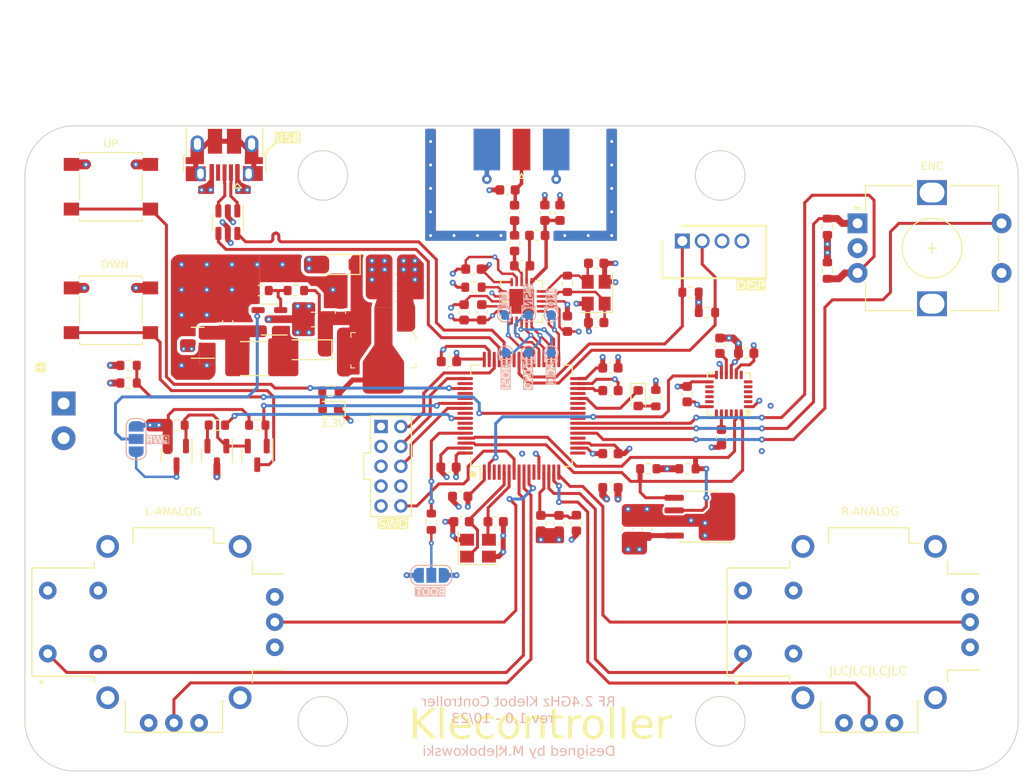
<source format=kicad_pcb>
(kicad_pcb (version 20221018) (generator pcbnew)
  (layers (0 "F.Cu" signal) (1 "In1.Cu" power) (2 "In2.Cu" power) (31 "B.Cu" signal) (34 "B.Paste" user) (35 "F.Paste" user) (36 "B.SilkS" user "B.Silkscreen") (37 "F.SilkS" user "F.Silkscreen") (38 "B.Mask" user) (39 "F.Mask" user) (44 "Edge.Cuts" user))
  (net 0 "")
  (net 1 "-BATT")
  (net 2 "+5V")
  (net 3 "+3.3V")
  (net 4 "Net-(U4-VREF+)")
  (net 5 "Net-(U4-PH0)")
  (net 6 "Net-(U4-VCAP1)")
  (net 7 "NRF_VDD_PA")
  (net 8 "NRF_XC2")
  (net 9 "NRF_XC1")
  (net 10 "V_USB")
  (net 11 "Net-(D2-A)")
  (net 12 "Net-(D3-A)")
  (net 13 "Net-(D4-A)")
  (net 14 "USB_CONN_D-")
  (net 15 "USB_CONN_D+")
  (net 17 "unconnected-(J1-Shield-Pad6)")
  (net 18 "OLED_SDA")
  (net 19 "OLED_SCL")
  (net 20 "SWDIO")
  (net 21 "SWCLK")
  (net 22 "SWO")
  (net 23 "NRST")
  (net 24 "NRF_ANT2")
  (net 25 "NRF_ANT1")
  (net 26 "+BATT")
  (net 27 "BATTERY_ADC")
  (net 28 "Net-(U2-FB)")
  (net 29 "Net-(U4-PH1)")
  (net 30 "BOOT0")
  (net 31 "Net-(SW1-B)")
  (net 32 "ENC_A")
  (net 33 "ENC_B")
  (net 34 "BUTTON_DOWN")
  (net 35 "BUTTON_UP")
  (net 36 "ENC_BUTTON")
  (net 37 "USB_D+")
  (net 38 "USB_D-")
  (net 39 "MPU-6050_IRQ")
  (net 42 "JOY1_BUTTON")
  (net 43 "JOY1_ADC_X")
  (net 44 "JOY1_ADC_Y")
  (net 46 "JOY2_BUTTON")
  (net 47 "JOY2_ADC_X")
  (net 48 "JOY2_ADC_Y")
  (net 55 "NRF_IRQ")
  (net 56 "NRF_SCK")
  (net 57 "NRF_MISO")
  (net 58 "NRF_MOSI")
  (net 59 "NRF_CSN")
  (net 60 "NRF_CE")
  (net 72 "I2C_SDA")
  (net 73 "I2C_SCL")
  (net 76 "Net-(C22-Pad1)")
  (net 77 "Net-(C22-Pad2)")
  (net 78 "Net-(U5-REGOUT)")
  (net 79 "Net-(U5-CPOUT)")
  (net 80 "Net-(U6-DVDD)")
  (net 81 "Net-(D4-K)")
  (net 84 "Net-(U6-IREF)")
  (net 102 "Net-(Q1-S)")
  (net 103 "Power_Btn")
  (net 104 "Net-(Q2-G)")
  (net 105 "EN")
  (net 106 "LATCH_POWERUP")
  (net 107 "Net-(Q3-B)")
  (net 108 "KEEP_ALIVE")
  (footprint "Rotary_Encoder:RotaryEncoder_Alps_EC12E-Switch_Vertical_H20mm" (layer "F.Cu") (at 148.833 89.829)
    (fp_text reference "SW2" hide)
    (fp_text value "Rotary Encoder")
  )
  (footprint "Capacitor_SMD:C_0603_1608Metric" (layer "F.Cu") (at 118.7704 120.028 -90)
    (fp_text reference "C12" hide)
    (fp_text value "1u")
  )
  (footprint "Capacitor_SMD:C_0603_1608Metric" (layer "F.Cu") (at 137.6172 102.9208)
    (fp_text reference "C20" hide)
    (fp_text value "10n")
  )
  (footprint "Capacitor_SMD:C_0603_1608Metric" (layer "F.Cu") (at 112.395 119.888)
    (fp_text reference "C15" hide)
    (fp_text value "10p")
  )
  (footprint "Package_TO_SOT_SMD:SOT-23" (layer "F.Cu") (at 82.3976 101.8606 180)
    (fp_text reference "Q1" hide)
    (fp_text value "BXT520P02M")
  )
  (footprint "Connector_USB:USB_Micro-B_Amphenol_10103594-0001LF_Horizontal" (layer "F.Cu") (at 85.072 82.9444 180)
    (fp_text reference "J1" hide)
    (fp_text value "USB_B_Micro")
  )
  (footprint "Capacitor_SMD:C_0603_1608Metric" (layer "F.Cu") (at 114.3 88.773 90)
    (fp_text reference "C22" hide)
    (fp_text value "1p5")
  )
  (footprint "Capacitor_SMD:C_0603_1608Metric" (layer "F.Cu") (at 123.952 113.03 180)
    (fp_text reference "C3" hide)
    (fp_text value "100n")
  )
  (footprint "Capacitor_SMD:C_0603_1608Metric" (layer "F.Cu") (at 131.6736 107.0356 90)
    (fp_text reference "C21" hide)
    (fp_text value "100n")
  )
  (footprint "Capacitor_SMD:C_0603_1608Metric" (layer "F.Cu") (at 127.635 120.5992 90)
    (fp_text reference "C32" hide)
    (fp_text value "2u2")
  )
  (footprint "Resistor_SMD:R_0603_1608Metric" (layer "F.Cu") (at 105.918 119.888 -90)
    (fp_text reference "R11" hide)
    (fp_text value "10k")
  )
  (footprint "digikey-footprints:SOT-223" (layer "F.Cu") (at 101.092 102.616 180)
    (fp_text reference "U1" hide)
    (fp_text value "LD1117S33CTR")
  )
  (footprint "Sensor_Motion:InvenSense_QFN-24_4x4mm_P0.5mm" (layer "F.Cu") (at 135.8704 107.0476 180)
    (fp_text reference "U5" hide)
    (fp_text value "MPU-6050")
  )
  (footprint "Package_TO_SOT_SMD:SOT-23" (layer "F.Cu") (at 84.328 113.2055 -90)
    (fp_text reference "Q3" hide)
    (fp_text value "BC847-QR")
  )
  (footprint "Diode_SMD:D_SOD-123" (layer "F.Cu") (at 96.393 93.98 180)
    (fp_text reference "D5" hide)
    (fp_text value "40V 1A")
  )
  (footprint "Package_TO_SOT_SMD:SOT-23" (layer "F.Cu") (at 80.264 113.2055 -90)
    (fp_text reference "Q2" hide)
    (fp_text value "DMP2045U")
  )
  (footprint "Capacitor_SMD:C_0603_1608Metric" (layer "F.Cu") (at 125.73 120.5992 90)
    (fp_text reference "C31" hide)
    (fp_text value "100n")
  )
  (footprint "Package_QFP:LQFP-64_10x10mm_P0.5mm" (layer "F.Cu") (at 115 109.22 90)
    (fp_text reference "U4" hide)
    (fp_text value "STM32F401RBT6")
  )
  (footprint "Capacitor_SMD:C_0603_1608Metric" (layer "F.Cu") (at 117.348 88.76 -90)
    (fp_text reference "C27" hide)
    (fp_text value "4p7")
  )
  (footprint "Capacitor_SMD:C_0805_2012Metric" (layer "F.Cu") (at 94.107 99.5172 180)
    (fp_text reference "C8" hide)
    (fp_text value "22uF 6.3V")
  )
  (footprint "Capacitor_SMD:C_0603_1608Metric" (layer "F.Cu") (at 96.774 98.7552 90)
    (fp_text reference "C9" hide)
    (fp_text value "100nF")
  )
  (footprint "Resistor_SMD:R_0603_1608Metric" (layer "F.Cu") (at 133.667 98.806)
    (fp_text reference "R7" hide)
    (fp_text value "2k2")
  )
  (footprint "Capacitor_SMD:C_0603_1608Metric" (layer "F.Cu") (at 116.9416 120.028 -90)
    (fp_text reference "C13" hide)
    (fp_text value "10n")
  )
  (footprint "Zalfon:XDCR_COM-09032" (layer "F.Cu") (at 150 130 90)
    (fp_text reference "U9" hide)
    (fp_text value "COM-09032")
  )
  (footprint "DF3A-4P-2DSA:SHDR4W55P0X200_1X4_1000X500X530P" (layer "F.Cu") (at 131.191 91.61 180)
    (fp_text reference "J2" hide)
    (fp_text value "OLED_CONN" hide)
  )
  (footprint "Capacitor_SMD:C_0603_1608Metric" (layer "F.Cu") (at 107.6452 114.4016 180)
    (fp_text reference "C6" hide)
    (fp_text value "100n")
  )
  (footprint "Inductor_SMD:L_1812_4532Metric" (layer "F.Cu") (at 88.0872 103.4542)
    (fp_text reference "L1" hide)
    (fp_text value "4.7uH 650mA")
  )
  (footprint "Connector_PinHeader_2.00mm:PinHeader_2x05_P2.00mm_Vertical" (layer "F.Cu") (at 100.854 110.3)
    (fp_text reference "J3" hide)
    (fp_text value "SWD + UART")
  )
  (footprint "Capacitor_SMD:C_0603_1608Metric" (layer "F.Cu") (at 134.9756 102.1588 -90)
    (fp_text reference "C28" hide)
    (fp_text value "100n")
  )
  (footprint "Zalfon:XDCR_COM-09032" (layer "F.Cu") (at 80 130 90)
    (fp_text reference "U8" hide)
    (fp_text value "COM-09032")
  )
  (footprint "Resistor_SMD:R_0603_1608Metric" (layer "F.Cu") (at 132.016 96.774 180)
    (fp_text reference "R8" hide)
    (fp_text value "2k2")
  )
  (footprint "Capacitor_SMD:C_0603_1608Metric" (layer "F.Cu") (at 119.6167 99.9456 90)
    (fp_text reference "C19" hide)
    (fp_text value "100n")
  )
  (footprint "TerminalBlock_Phoenix:TerminalBlock_Phoenix_PT-1,5-2-3.5-H_1x02_P3.50mm_Horizontal" (layer "F.Cu") (at 68.899 107.978 -90)
    (fp_text reference "BT1" hide)
    (fp_text value "Battery")
  )
  (footprint "Button_Switch_SMD:SW_SPST_B3S-1000" (layer "F.Cu") (at 73.66 98.588)
    (fp_text reference "SW4" hide)
    (fp_text value "SW_Push")
  )
  (footprint "Resistor_SMD:R_0603_1608Metric" (layer "F.Cu") (at 84.328 110.1575)
    (fp_text reference "R18" hide)
    (fp_text value "100k")
  )
  (footprint "Resistor_SMD:R_0603_1608Metric" (layer "F.Cu") (at 110.1598 96.266)
    (fp_text reference "R13" hide)
    (fp_text value "22k")
  )
  (footprint "Capacitor_SMD:C_0603_1608Metric" (layer "F.Cu") (at 107.696 103.759 180)
    (fp_text reference "C5" hide)
    (fp_text value "100n")
  )
  (footprint "Inductor_SMD:L_0603_1608Metric" (layer "F.Cu") (at 120.523 120.015 90)
    (fp_text reference "FB1" hide)
    (fp_text value "120R")
  )
  (footprint "Capacitor_SMD:C_0603_1608Metric" (layer "F.Cu") (at 123.952 106.68)
    (fp_text reference "C16" hide)
    (fp_text value "4u7")
  )
  (footprint "Resistor_SMD:R_0603_1608Metric" (layer "F.Cu") (at 92.2782 96.5962 180)
    (fp_text reference "R1" hide)
    (fp_text value "5k62")
  )
  (footprint "Package_SO:SOIC-8_3.9x4.9mm_P1.27mm" (layer "F.Cu") (at 132.842 119.38 180)
    (fp_text reference "U7" hide)
    (fp_text value "M24C02-FMN")
  )
  (footprint "Capacitor_SMD:C_0603_1608Metric" (layer "F.Cu") (at 122.516 99.822 180)
    (fp_text reference "C24" hide)
    (fp_text value "10p")
  )
  (footprint "Capacitor_SMD:C_0603_1608Metric" (layer "F.Cu") (at 102.2604 95.504)
    (fp_text reference "C11" hide)
    (fp_text value "10uF")
  )
  (footprint "Resistor_SMD:R_0603_1608Metric" (layer "F.Cu") (at 127.762 114.554 180)
    (fp_text reference "R10" hide)
    (fp_text value "2k2")
  )
  (footprint "LED_SMD:LED_0603_1608Metric" (layer "F.Cu") (at 95.758 108.5088 180)
    (fp_text reference "D3" hide)
    (fp_text value "LED RED")
  )
  (footprint "Crystal:Crystal_SMD_3225-4Pin_3.2x2.5mm" (layer "F.Cu") (at 110.617 122.555)
    (fp_text reference "Y1" hide)
    (fp_text value "16 MHz")
  )
  (footprint "Capacitor_SMD:C_0603_1608Metric" (layer "F.Cu") (at 110.1598 94.4372 180)
    (fp_text reference "C18" hide)
    (fp_text value "100n")
  )
  (footprint "Connector_Coaxial:SMA_Molex_73251-2120_EdgeMount_Horizontal" (layer "F.Cu") (at 115 82.3976 90)
    (fp_text reference "J4" hide)
    (fp_text value "SMA")
  )
  (footprint "Capacitor_SMD:C_0603_1608Metric" (layer "F.Cu") (at 123.952 104.394)
    (fp_text reference "C4" hide)
    (fp_text value "100n")
  )
  (footprint "Resistor_SMD:R_0603_1608Metric" (layer "F.Cu") (at 95.758 106.7308 180)
    (fp_text reference "R3" hide)
    (fp_text value "330R")
  )
  (footprint "LED_SMD:LED_0603_1608Metric" (layer "F.Cu") (at 126.746 107.442 -90)
    (fp_text reference "D4" hide)
    (fp_text value "LED BLUE")
  )
  (footprint "Resistor_SMD:R_0603_1608Metric" (layer "F.Cu") (at 119.6167 95.9202 90)
    (fp_text reference "R12" hide)
    (fp_text value "1M")
  )
  (footprint "Capacitor_SMD:C_0603_1608Metric" (layer "F.Cu") (at 118.872 88.76 -90)
    (fp_text reference "C26" hide)
    (fp_text value "2n2")
  )
  (footprint "Resistor_SMD:R_0603_1608Metric" (layer "F.Cu") (at 75.438 104.14 180)
    (fp_text reference "R2" hide)
    (fp_text value "100k")
  )
  (footprint "Resistor_SMD:R_0603_1608Metric" (layer "F.Cu") (at 131.699 114.554)
    (fp_text reference "R9" hide)
    (fp_text value "2k2")
  )
  (footprint "Capacitor_SMD:C_0603_1608Metric" (layer "F.Cu") (at 109.22 98.793 -90)
    (fp_text reference "C17" hide)
    (fp_text value "100n")
  )
  (footprint "Capacitor_SMD:C_0603_1608Metric" (layer "F.Cu") (at 108.966 119.888 180)
    (fp_text reference "C14" hide)
    (fp_text value "10p")
  )
  (footprint "Capacitor_SMD:C_0603_1608Metric" (layer "F.Cu") (at 113.5888 86.4616 180)
    (fp_text reference "C23" hide)
    (fp_text value "1p")
  )
  (footprint "Inductor_SMD:L_0603_1608Metric" (layer "F.Cu") (at 116.586 91.046)
    (fp_text reference "L5" hide)
    (fp_text value "2n7")
  )
  (footprint "Capacitor_SMD:C_0603_1608Metric" (layer "F.Cu") (at 135.128 111.379 90)
    (fp_text reference "C29" hide)
    (fp_text value "2n2")
  )
  (footprint "Button_Switch_SMD:SW_SPST_B3S-1000" (layer "F.Cu") (at 73.66 86.142)
    (fp_text reference "SW3" hide)
    (fp_text value "SW_Push")
  )
  (footprint "Capacitor_SMD:C_0603_1608Metric" (layer "F.Cu") (at 102.2604 97.1804)
    (fp_text reference "C10" hide)
    (fp_text value "100nF")
  )
  (footprint "Package_TO_SOT_SMD:TSOT-23-5" (layer "F.Cu") (at 89.6112 99.5172 180)
    (fp_text reference "U2" hide)
    (fp_text value "MIC2288")
  )
  (footprint "Resistor_SMD:R_0603_1608Metric" (layer "F.Cu") (at 88.7222 96.5962 180)
    (fp_text reference "R4" hide)
    (fp_text value "1k87")
  )
  (footprint "Package_DFN_QFN:QFN-20-1EP_4x4mm_P0.5mm_EP2.5x2.5mm" (layer "F.Cu") (at 115.0112 97.6884 90)
    (fp_text reference "U6" hide)
    (fp_text value "nRF24L01P")
  )
  (footprint "Crystal:Crystal_SMD_3225-4Pin_3.2x2.5mm" (layer "F.Cu") (at 122.516 96.817 90)
    (fp_text reference "Y2" hide)
    (fp_text value "16 MHz")
  )
  (footprint "Inductor_SMD:L_0603_1608Metric" (layer "F.Cu") (at 114.3 91.821 90)
    (fp_text reference "L3" hide)
    (fp_text value "3n9")
  )
  (footprint "Resistor_SMD:R_0603_1608Metric" (layer "F.Cu") (at 88.392 110.1575)
    (fp_text reference "R16" hide)
    (fp_text value "100k")
  )
  (footprint "Diode_SMD:D_SOD-123" (layer "F.Cu") (at 93.5482 102.5652 180)
    (fp_text reference "D2" hide)
    (fp_text value "40V 1A")
  )
  (footprint "Inductor_SMD:L_0603_1608Metric" (layer "F.Cu") (at 115.062 94.107)
    (fp_text reference "L4" hide)
    (fp_text value "8n2")
  )
  (footprint "Capacitor_SMD:C_0603_1608Metric" (layer "F.Cu") (at 85.4202 99.7712 90)
    (fp_text reference "C7" hide)
    (fp_text value "4u7 6.3V")
  )
  (footprint "Capacitor_SMD:C_0603_1608Metric" (layer "F.Cu") (at 110.998 98.793 -90)
    (fp_text reference "C30" hide)
    (fp_text value "33n")
  )
  (footprint "Package_TO_SOT_SMD:SOT-23" (layer "F.Cu") (at 88.392 113.2055 -90)
    (fp_text reference "D1" hide)
    (fp_text value "BAT54C")
  )
  (footprint "Resistor_SMD:R_0603_1608Metric" (layer "F.Cu") (at 145.796 94.5896 90)
    (fp_text reference "R15" hide)
    (fp_text value "10k")
  )
  (footprint "Resistor_SMD:R_0603_1608Metric" (layer "F.Cu") (at 80.264 110.1575)
    (fp_text reference "R17" hide)
    (fp_text value "100k")
  )
  (footprint "Capacitor_SMD:C_0603_1608Metric" (layer "F.Cu") (at 122.516 93.853)
    (fp_text reference "C25" hide)
    (fp_text value "10p")
  )
  (footprint "Package_TO_SOT_SMD:SOT-23-6" (layer "F.Cu") (at 85.4324 89.7128 -90)
    (fp_text reference "U3" hide)
    (fp_text value "USBLC6-2SC6")
  )
  (footprint "Resistor_SMD:R_0603_1608Metric" (layer "F.Cu") (at 145.796 90.17 90)
    (fp_text reference "R14" hide)
    (fp_text value "10k")
  )
  (footprint "Resistor_SMD:R_0603_1608Metric" (layer "F.Cu") (at 75.438 105.918)
    (fp_text reference "R5" hide)
    (fp_text value "100k")
  )
  (footprint "Resistor_SMD:R_0603_1608Metric" (layer "F.Cu") (at 128.524 107.442 90)
    (fp_text reference "R6" hide)
    (fp_text value "?")
  )
  (footprint "Capacitor_SMD:C_0603_1608Metric" (layer "F.Cu") (at 108.826 117.336209 180)
    (fp_text reference "C2" hide)
    (fp_text value "100n")
  )
  (footprint "Capacitor_SMD:C_0603_1608Metric" (layer "F.Cu") (at 123.952 116.459)
    (fp_text reference "C1" hide)
    (fp_text value "4u7")
  )
  (footprint "Jumper:SolderJumper-3_P1.3mm_Open_RoundedPad1.0x1.5mm" (layer "B.Cu") (at 76.2 111.5545 -90)
    (fp_text reference "JP1" hide)
    (fp_text value "Powerup Mode")
  )
  (footprint "TestPoint:TestPoint_Pad_D1.0mm" (layer "B.Cu") (at 117.983 102.87 180)
    (fp_text reference "TP4" hide)
    (fp_text value "NRF_TestPoint_SCK")
  )
  (footprint "Jumper:SolderJumper-3_P1.3mm_Open_RoundedPad1.0x1.5mm" (layer "B.Cu") (at 105.918 125.2921 180)
    (fp_text reference "SW1" hide)
    (fp_text value "SW_SPDT")
  )
  (footprint "TestPoint:TestPoint_Pad_D1.0mm" (layer "B.Cu") (at 117.983 99.06 180)
    (fp_text reference "TP7" hide)
    (fp_text value "NRF_TestPoint_IRQ")
  )
  (footprint "TestPoint:TestPoint_Pad_D1.0mm" (layer "B.Cu") (at 113.284 99.06 180)
    (fp_text reference "TP6" hide)
    (fp_text value "NRF_TestPoint_CE")
  )
  (footprint "TestPoint:TestPoint_Pad_D1.0mm" (layer "B.Cu") (at 113.411 102.87 180)
    (fp_text reference "TP2" hide)
    (fp_text value "NRF_TestPoint_MOSI")
  )
  (footprint "TestPoint:TestPoint_Pad_D1.0mm" (layer "B.Cu") (at 115.697 99.06 180)
    (fp_text reference "TP5" hide)
    (fp_text value "NRF_TestPoint_CSN")
  )
  (footprint "TestPoint:TestPoint_Pad_D1.0mm" (layer "B.Cu") (at 115.697 102.87 180)
    (fp_text reference "TP3" hide)
    (fp_text value "NRF_TestPoint_MISO")
  )
  (gr_line (start 113.687839 103.554999) (end 113.968999 103.431459) (stroke (width 0.15)) (layer "B.SilkS"))
  (gr_line (start 118.333379 98.312159) (end 118.6188 98.542199) (stroke (width 0.15)) (layer "B.SilkS"))
  (gr_line (start 113.061619 103.606119) (end 112.823059 103.380339) (stroke (width 0.15)) (layer "B.SilkS"))
  (gr_line (start 114.046 103.9114) (end 114.046 103.2002) (stroke (width 0.15)) (layer "B.SilkS"))
  (gr_line (start 112.776 103.5812) (end 112.776 103.2002) (stroke (width 0.15)) (layer "B.SilkS"))
  (gr_line (start 117.391919 98.482559) (end 117.396179 98.546459) (stroke (width 0.15)) (layer "B.SilkS"))
  (gr_line (start 117.3226 103.7844) (end 117.3226 103.1494) (stroke (width 0.15)) (layer "B.SilkS"))
  (gr_line (start 116.072939 103.601639) (end 116.23908 103.401419) (stroke (width 0.15)) (layer "B.SilkS"))
  (gr_line (start 115.344479 103.588859) (end 115.084619 103.388639) (stroke (width 0.15)) (layer "B.SilkS"))
  (gr_line (start 116.3066 103.9368) (end 116.3066 103.251) (stroke (width 0.15)) (layer "B.SilkS"))
  (gr_line (start 116.332 98.7298) (end 116.121311 98.29816) (stroke (width 0.15)) (layer "B.SilkS"))
  (gr_line (start 112.9572 142.838034) (end 112.777876 142.741475) (stroke (width 0.15)) (layer "B.SilkS"))
  (gr_line (start 117.627919 103.577879) (end 117.377999 103.398959) (stroke (width 0.15)) (layer "B.SilkS"))
  (gr_line (start 113.919 98.7298) (end 113.919 98.2218) (stroke (width 0.15)) (layer "B.SilkS"))
  (gr_line (start 115.06057 98.100069) (end 115.06057 98.73268) (stroke (width 0.15)) (layer "B.SilkS"))
  (gr_line (start 117.690119 98.376059) (end 117.391919 98.482559) (stroke (width 0.15)) (layer "B.SilkS"))
  (gr_line (start 118.5926 103.759) (end 118.5926 103.251) (stroke (width 0.15)) (layer "B.SilkS"))
  (gr_line (start 113.57192 98.266419) (end 113.8682 98.5266) (stroke (width 0.15)) (layer "B.SilkS"))
  (gr_line (start 112.649 98.1202) (end 112.649 98.7298) (stroke (width 0.15)) (layer "B.SilkS"))
  (gr_line (start 118.278279 103.592079) (end 118.539559 103.444399) (stroke (width 0.15)) (layer "B.SilkS"))
  (gr_line (start 115.36729 98.29816) (end 115.14364 98.50264) (stroke (width 0.15)) (layer "B.SilkS"))
  (gr_line (start 117.3226 98.806) (end 117.3226 98.2472) (stroke (width 0.15)) (layer "B.SilkS"))
  (gr_line (start 112.530991 143.472227) (end 112.462021 143.610168) (stroke (width 0.15)) (layer "B.SilkS"))
  (gr_line (start 115.0366 103.759) (end 115.0366 103.1494) (stroke (width 0.15)) (layer "B.SilkS"))
  (gr_line (start 112.649 98.7298) (end 112.8522 98.3234) (stroke (width 0.15)) (layer "B.SilkS"))
  (gr_line (start 118.6688 98.8314) (end 118.6434 98.1456) (stroke (width 0.15)) (layer "B.SilkS"))
  (gr_line (start 116.332 98.2218) (end 116.332 98.7298) (stroke (width 0.15)) (layer "B.SilkS"))
  (gr_line (start 90.17 81.788) (end 89.01182 82.92328) (stroke (width 0.2)) (layer "F.SilkS"))
  (gr_circle (center 137.8204 108.8136) (end 138.0204 108.8136) (stroke (width 0.15)) (fill solid) (layer "F.SilkS"))
  (gr_circle (center 110.0836 115.1128) (end 110.357166 115.1128) (stroke (width 0.15)) (fill solid) (layer "F.SilkS"))
  (gr_circle (center 113.24011 97.781011) (end 113.44011 97.781011) (stroke (width 0.15)) (fill solid) (layer "F.SilkS"))
  (gr_arc (start 65 85) (mid 66.464466 81.464466) (end 70 80) (stroke (width 0.1)) (layer "Edge.Cuts"))
  (gr_line (start 70 145) (end 160 145) (stroke (width 0.1)) (layer "Edge.Cuts"))
  (gr_line (start 70 80) (end 160 80) (stroke (width 0.1)) (layer "Edge.Cuts"))
  (gr_line (start 165 85) (end 165 140) (stroke (width 0.1)) (layer "Edge.Cuts"))
  (gr_circle (center 95 85) (end 97.5 85) (stroke (width 0.1)) (fill none) (layer "Edge.Cuts"))
  (gr_circle (center 95 140) (end 97.5 140) (stroke (width 0.1)) (fill none) (layer "Edge.Cuts"))
  (gr_circle (center 135 85) (end 137.5 85) (stroke (width 0.1)) (fill none) (layer "Edge.Cuts"))
  (gr_arc (start 70 145) (mid 66.464466 143.535534) (end 65 140) (stroke (width 0.1)) (layer "Edge.Cuts"))
  (gr_arc (start 165 140) (mid 163.535534 143.535534) (end 160 145) (stroke (width 0.1)) (layer "Edge.Cuts"))
  (gr_line (start 65 140) (end 65 85) (stroke (width 0.1)) (layer "Edge.Cuts"))
  (gr_circle (center 135 140) (end 137.5 140) (stroke (width 0.1)) (fill none) (layer "Edge.Cuts"))
  (gr_arc (start 160 80) (mid 163.535534 81.464466) (end 165 85) (stroke (width 0.1)) (layer "Edge.Cuts"))
  (gr_text "CSN" (at 116.2304 95.9866 90) (layer "B.SilkS" knockout) (effects (font (size 0.8 0.8) (thickness 0.125)) (justify left bottom mirror)))
  (gr_text "BOOT" (at 107.3404 127.4572) (layer "B.SilkS" knockout) (effects (font (size 0.75 0.75)) (justify left bottom mirror)))
  (gr_text "SCK" (at 118.491 103.759 90) (layer "B.SilkS" knockout) (effects (font (size 0.8 0.8) (thickness 0.125)) (justify left bottom mirror)))
  (gr_text "MISO" (at 116.205 103.7082 90) (layer "B.SilkS" knockout) (effects (font (size 0.8 0.8) (thickness 0.125)) (justify left bottom mirror)))
  (gr_text "CE" (at 113.8174 96.7486 90) (layer "B.SilkS" knockout) (effects (font (size 0.8 0.8) (thickness 0.125)) (justify left bottom mirror)))
  (gr_text "MOSI" (at 113.9444 103.7082 90) (layer "B.SilkS" knockout) (effects (font (size 0.8 0.8) (thickness 0.125)) (justify left bottom mirror)))
  (gr_text "IRQ" (at 118.491 96.393 90) (layer "B.SilkS" knockout) (effects (font (size 0.8 0.8) (thickness 0.125)) (justify left bottom mirror)))
  (gr_text "RF 2.4GHz Klebot Controller\n              rev 1.0 - 10/23" (at 124.46 140.335) (layer "B.SilkS") (effects (font (size 1 1)) (justify left bottom mirror)))
  (gr_text "Designed by M.Klebokowski" (at 124.46 143.637) (layer "B.SilkS") (effects (font (size 1 1)) (justify left bottom mirror)))
  (gr_text "PWR" (at 79.5528 112.1156) (layer "B.SilkS" knockout) (effects (font (size 0.75 0.75) (thickness 0.1)) (justify left bottom mirror)))
  (gr_text "R-ANALOG" (at 147.193 119.38) (layer "F.SilkS") (effects (font (size 0.8 0.8)) (justify left bottom)))
  (gr_text "JLCJLCJLCJLC" (at 145.9992 135.509) (layer "F.SilkS") (effects (font (size 0.9 0.9)) (justify left bottom)))
  (gr_text "DWN" (at 72.644 94.488) (layer "F.SilkS") (effects (font (size 0.8 0.8)) (justify left bottom)))
  (gr_text "+" (at 66.04 104.902) (layer "F.SilkS" knockout) (effects (font (size 0.9 0.9)) (justify left bottom)))
  (gr_text "DISP" (at 136.6266 96.6216) (layer "F.SilkS" knockout) (effects (font (size 0.9 0.9) (thickness 0.125)) (justify left bottom)))
  (gr_text "UP" (at 72.898 82.296) (layer "F.SilkS") (effects (font (size 0.8 0.8)) (justify left bottom)))
  (gr_text "ENC" (at 155.194 84.582) (layer "F.SilkS") (effects (font (size 0.8 0.8)) (justify left bottom)))
  (gr_text "L-ANALOG" (at 77.089 119.38) (layer "F.SilkS") (effects (font (size 0.8 0.8)) (justify left bottom)))
  (gr_text "3.3V" (at 94.742 110.49) (layer "F.SilkS") (effects (font (size 0.8 0.8)) (justify left bottom)))
  (gr_text "Klecontroller" (at 103.632 142.24) (layer "F.SilkS") (effects (font (size 3 3) (thickness 0.5)) (justify left bottom)))
  (gr_text "USB" (at 90.17 81.788) (layer "F.SilkS" knockout) (effects (font (size 0.9 0.9) (thickness 0.125)) (justify left bottom)))
  (gr_text "SWD" (at 100.5586 120.6754) (layer "F.SilkS" knockout) (effects (font (size 0.9 0.9) (thickness 0.125)) (justify left bottom)))
  (segment (start 116.75 113.3464) (end 116.4336 113.03) (width 0.3) (layer "F.Cu") (net 1))
  (segment (start 121.741 99.822) (end 121.741 100.659) (width 0.5) (layer "F.Cu") (net 1))
  (segment (start 124.419 95.717) (end 124.46 95.758) (width 0.5) (layer "F.Cu") (net 1))
  (segment (start 121.666 99.747) (end 121.741 99.822) (width 0.5) (layer "F.Cu") (net 1))
  (segment (start 112.311808 93.218) (end 112.649 93.555192) (width 0.25) (layer "F.Cu") (net 1))
  (segment (start 108.2678 99.568) (end 107.8992 99.1994) (width 0.3) (layer "F.Cu") (net 1))
  (segment (start 134.887 112.395) (end 135.128 112.154) (width 0.5) (layer "F.Cu") (net 1))
  (segment (start 136.1204 104.153027) (end 136.480896 103.792531) (width 0.3) (layer "F.Cu") (net 1))
  (segment (start 136.8422 102.9208) (end 136.8422 103.431227) (width 0.3) (layer "F.Cu") (net 1))
  (segment (start 112.5126 98.6884) (end 112.0775 99.1235) (width 0.25) (layer "F.Cu") (net 1))
  (segment (start 123.366 95.717) (end 123.366 93.928) (width 0.5) (layer "F.Cu") (net 1))
  (segment (start 134.1229 112.395) (end 134.887 112.395) (width 0.5) (layer "F.Cu") (net 1))
  (segment (start 119.6167 99.1706) (end 119.6167 98.0152) (width 0.5) (layer "F.Cu") (net 1))
  (segment (start 121.666 97.917) (end 121.666 99.747) (width 0.5) (layer "F.Cu") (net 1))
  (segment (start 138.938 107.706041) (end 138.346441 108.2976) (width 0.3) (layer "F.Cu") (net 1))
  (segment (start 119.2899 97.6884) (end 119.6167 98.0152) (width 0.25) (layer "F.Cu") (net 1))
  (segment (start 113.157 122.936) (end 112.688 123.405) (width 0.5) (layer "F.Cu") (net 1))
  (segment (start 121.666 97.917) (end 120.523 97.917) (width 0.5) (layer "F.Cu") (net 1))
  (segment (start 85.4324 89.1794) (end 85.9658 89.7128) (width 0.5) (layer "F.Cu") (net 1))
  (segment (start 106.921 102.756) (end 106.921 103.759) (width 0.3) (layer "F.Cu") (net 1))
  (segment (start 107.5702 112.47) (end 106.8702 113.17) (width 0.3) (layer "F.Cu") (net 1))
  (segment (start 70.9888 96.338) (end 70.993 96.3422) (width 1) (layer "F.Cu") (net 1))
  (segment (start 108.191 119.888) (end 107.315 119.888) (width 0.5) (layer "F.Cu") (net 1))
  (segment (start 123.291 93.853) (end 124.46 93.853) (width 0.5) (layer "F.Cu") (net 1))
  (segment (start 136.8422 101.9172) (end 136.8422 102.9208) (width 0.7) (layer "F.Cu") (net 1))
  (segment (start 84.328 114.143) (end 84.328 115.3645) (width 0.7) (layer "F.Cu") (net 1))
  (segment (start 108.051 117.755009) (end 108.6736 118.377609) (width 0.5) (layer "F.Cu") (net 1))
  (segment (start 138.346441 108.2976) (end 137.8204 108.2976) (width 0.3) (layer "F.Cu") (net 1))
  (segment (start 122.122 105.97) (end 120.675 105.97) (width 0.3) (layer "F.Cu") (net 1))
  (segment (start 117.348 87.985) (end 117.348 86.982) (width 0.5) (layer "F.Cu") (net 1))
  (segment (start 124.727 104.394) (end 124.727 103.305624) (width 0.5) (layer "F.Cu") (net 1))
  (segment (start 136.1204 105.0976) (end 136.1204 104.153027) (width 0.3) (layer "F.Cu") (net 1))
  (segment (start 113.0737 98.6884) (end 112.5126 98.6884) (width 0.25) (layer "F.Cu") (net 1))
  (segment (start 108.5342 94.4372) (end 108.077 94.8944) (width 0.3) (layer "F.Cu") (net 1))
  (segment (start 97.79 109.7275) (end 97.7642 109.7275) (width 0.5) (layer "F.Cu") (net 1))
  (segment (start 118.872 87.985) (end 118.872 86.982) (width 0.5) (layer "F.Cu") (net 1))
  (segment (start 110.998 99.568) (end 111.633 99.568) (width 0.25) (layer "F.Cu") (net 1))
  (segment (start 113.157 122.936) (end 113.157 121.285) (width 0.5) (layer "F.Cu") (net 1))
  (segment (start 107.457 102.22) (end 106.921 102.756) (width 0.3) (layer "F.Cu") (net 1))
  (segment (start 114.127808 94.907) (end 114.5112 95.290392) (width 0.25) (layer "F.Cu") (net 1))
  (segment (start 111.633 99.568) (end 112.0775 99.1235) (width 0.25) (layer "F.Cu") (net 1))
  (segment (start 109.3848 94.4372) (end 108.5342 94.4372) (width 0.3) (layer "F.Cu") (net 1))
  (segment (start 85.4324 88.5753) (end 85.4324 89.1794) (width 0.5) (layer "F.Cu") (net 1))
  (segment (start 74.613 105.918) (end 73.6092 105.918) (width 0.7) (layer "F.Cu") (net 1))
  (segment (start 108.051 117.336209) (end 108.051 117.755009) (width 0.5) (layer "F.Cu") (net 1))
  (segment (start 109.3848 93.5612) (end 109.3848 94.4372) (width 0.25) (layer "F.Cu") (net 1))
  (segment (start 111.75 103.545) (end 111.75 102.668959) (width 0.3) (layer "F.Cu") (net 1))
  (segment (start 112.311808 93.218) (end 109.728 93.218) (width 0.25) (layer "F.Cu") (net 1))
  (segment (start 132.6802 108.077) (end 132.9008 108.2976) (width 0.3) (layer "F.Cu") (net 1))
  (segment (start 122.555 105.537) (end 122.122 105.97) (width 0.3) (layer "F.Cu") (net 1))
  (segment (start 103.4387 125.2921) (end 103.4288 125.2822) (width 0.5) (layer "F.Cu") (net 1))
  (segment (start 69.685 96.338) (end 70.9888 96.338) (width 1) (layer "F.Cu") (net 1))
  (segment (start 107.5702 112.47) (end 109.325 112.47) (width 0.3) (layer "F.Cu") (net 1))
  (segment (start 135.1204 105.0976) (end 135.1204 104.1832) (width 0.3) (layer "F.Cu") (net 1))
  (segment (start 109.728 93.218) (end 109.3848 93.5612) (width 0.25) (layer "F.Cu") (net 1))
  (segment (start 77.635 83.892) (end 76.1534 83.892) (width 1) (layer "F.Cu") (net 1))
  (segment (start 76.1788 96.338) (end 76.1746 96.3422) (width 1) (layer "F.Cu") (net 1))
  (segment (start 138.938 107.696) (end 138.938 107.706041) (width 0.3) (layer "F.Cu") (net 1))
  (segment (start 97.7642 109.7275) (end 96.5455 108.5088) (width 0.5) (layer "F.Cu") (net 1))
  (segment (start 132.9008 108.2976) (end 133.9204 108.2976) (width 0.3) (layer "F.Cu") (net 1))
  (segment (start 113.068 94.907) (end 114.127808 94.907) (width 0.25) (layer "F.Cu") (net 1))
  (segment (start 108.497 121.705) (end 108.077 121.285) (width 0.5) (layer "F.Cu") (net 1))
  (segment (start 114.5112 95.290392) (end 114.5112 95.7509) (width 0.25) (layer "F.Cu") (net 1))
  (segment (start 111.75 102.668959) (end 111.301041 102.22) (width 0.3) (layer "F.Cu") (net 1))
  (segment (start 111.301041 102.22) (end 107.457 102.22) (width 0.3) (layer "F.Cu") (net 1))
  (segment (start 106.8702 114.795) (end 107.4674 115.3922) (width 0.5) (layer "F.Cu") (net 1))
  (segment (start 135.1204 104.1832) (end 134.9248 103.9876) (width 0.3) (layer "F.Cu") (net 1))
  (segment (start 135.89 101.3838) (end 134.9756 101.3838) (width 0.7) (layer "F.Cu") (net 1))
  (segment (start 112.688 123.405) (end 111.717 123.405) (width 0.5) (layer "F.Cu") (net 1))
  (segment (start 121.614 112.47) (end 122.174 113.03) (width 0.3) (layer "F.Cu") (net 1))
  (segment (start 132.4138 107.8106) (end 131.6736 107.8106) (width 0.3) (layer "F.Cu") (net 1))
  (segment (start 136.8422 103.431227) (end 136.480896 103.792531) (width 0.3) (layer "F.Cu") (net 1))
  (segment (start 106.8702 114.4016) (end 106.8702 114.795) (width 0.5) (layer "F.Cu") (net 1))
  (segment (start 69.685 83.892) (end 71.1412 83.892) (width 1) (layer "F.Cu") (net 1))
  (segment (start 111.7854 86.4616) (end 111.76 86.487) (width 0.5) (layer "F.Cu") (net 1))
  (segment (start 108.077 121.285) (end 108.077 120.002) (width 0.5) (layer "F.Cu") (net 1))
  (segment (start 123.366 93.928) (end 123.291 93.853) (width 0.5) (layer "F.Cu") (net 1))
  (segment (start 112.649 94.488) (end 113.068 94.907) (width 0.25) (layer "F.Cu") (net 1))
  (segment (start 112.014 96.8405) (end 112.3619 97.1884) (width 0.25) (layer "F.Cu") (net 1))
  (segment (start 113.17 121.272) (end 113.157 121.285) (width 0.5) (layer "F.Cu") (net 1))
  (segment (start 109.22 99.568) (end 110.998 99.568) (width 0.3) (layer "F.Cu") (net 1))
  (segment (start 121.741 100.659) (end 121.793 100.711) (width 0.5) (layer "F.Cu") (net 1))
  (segment (start 76.1534 83.892) (end 76.1492 83.8962) (width 1) (layer "F.Cu") (net 1))
  (segment (start 113.17 119.888) (end 113.17 121.272) (width 0.5) (layer "F.Cu") (net 1))
  (segment (start 106.8702 113.17) (end 106.8702 114.4016) (width 0.3) (layer "F.Cu") (net 1))
  (segment (start 109.517 121.705) (end 108.497 121.705) (width 0.5) (layer "F.Cu") (net 1))
  (segment (start 123.366 95.717) (end 124.419 95.717) (width 0.5) (layer "F.Cu") (net 1))
  (segment (start 123.177 113.03) (end 122.174 113.03) (width 0.5) (layer "F.Cu") (net 1))
  (segment (start 112.649 93.555192) (end 112.649 94.488) (width 0.25) (layer "F.Cu") (net 1))
  (segment (start 136.3088 101.3838) (end 136.8422 101.9172) (width 0.7) (layer "F.Cu") (net 1))
  (segment (start 132.6802 108.077) (end 132.4138 107.8106) (width 0.3) (layer "F.Cu") (net 1))
  (segment (start 124.727 105.867) (end 124.727 106.68) (width 0.3) (layer "F.Cu") (net 1))
  (segment (start 112.3619 97.1884) (end 113.0737 97.1884) (width 0.25) (layer "F.Cu") (net 1))
  (segment (start 108.077 120.002) (end 108.191 119.888) (width 0.5) (layer "F.Cu") (net 1))
  (segment (start 124.397 105.537) (end 122.555 105.537) (width 0.3) (layer "F.Cu") (net 1))
  (segment (start 71.1412 83.892) (end 71.1454 83.8962) (width 1) (layer "F.Cu") (net 1))
  (segment (start 77.635 96.338) (end 76.1788 96.338) (width 1) (layer "F.Cu") (net 1))
  (segment (start 112.8138 86.4616) (end 111.7854 86.4616) (width 0.5) (layer "F.Cu") (net 1))
  (segment (start 110.998 99.568) (end 111.112 99.568) (width 0.3) (layer "F.Cu") (net 1))
  (segment (start 124.714 116.52322) (end 124.714 117.61398) (width 0.7) (layer "F.Cu") (net 1))
  (segment (start 124.397 105.537) (end 124.727 105.867) (width 0.3) (layer "F.Cu") (net 1))
  (segment (start 135.89 101.3838) (end 136.3088 101.3838) (width 0.7) (layer "F.Cu") (net 1))
  (segment (start 109.22 99.568) (end 108.2678 99.568) (width 0.3) (layer "F.Cu") (net 1))
  (segment (start 116.75 114.895) (end 116.75 113.3464) (width 0.3) (layer "F.Cu") (net 1))
  (segment (start 116.9487 97.6884) (end 119.2899 97.6884) (width 0.25) (layer "F.Cu") (net 1))
  (segment (start 120.675 112.47) (end 121.614 112.47) (width 0.3) (layer "F.Cu") (net 1))
  (via (at 115.062 113.03) (size 0.6) (drill 0.25) (layers "F.Cu" "B.Cu") (net 1))
  (via (at 84.328 115.3645) (size 0.6) (drill 0.25) (layers "F.Cu" "B.Cu") (net 1))
  (via (at 83.312 93.98) (size 0.6) (drill 0.25) (layers "F.Cu" "B.Cu") (net 1))
  (via (at 120.523 97.917) (size 0.6) (drill 0.25) (layers "F.Cu" "B.Cu") (net 1))
  (via (at 103.124 93.599) (size 0.6) (drill 0.25) (layers "F.Cu" "B.Cu") (net 1))
  (via (at 124.079 88.6714) (size 0.7) (drill 0.3) (layers "F.Cu" "B.Cu") (net 1))
  (via (at 132.08 119.761) (size 0.6) (drill 0.25) (layers "F.Cu" "B.Cu") (net 1))
  (via (at 133.477 121.285) (size 0.6) (drill 0.25) (layers "F.Cu" "B.Cu") (net 1))
  (via (at 83.312 99.06) (size 0.6) (drill 0.25) (layers "F.Cu" "B.Cu") (net 1))
  (via (at 136.8422 101.9172) (size 0.6) (drill 0.25) (layers "F.Cu" "B.Cu") (net 1))
  (via (at 121.7168 91.059) (size 0.7) (drill 0.3) (layers "F.Cu" "B.Cu") (net 1))
  (via (at 80.772 99.06) (size 0.6) (drill 0.25) (layers "F.Cu" "B.Cu") (net 1))
  (via (at 73.6092 105.918) (size 0.6) (drill 0.25) (layers "F.Cu" "B.Cu") (net 1))
  (via (at 105.8418 88.6714) (size 0.7) (drill 0.3) (layers "F.Cu" "B.Cu") (net 1))
  (via (at 119.3546 91.059) (size 0.7) (drill 0.3) (layers "F.Cu" "B.Cu") (net 1))
  (via (at 124.079 91.059) (size 0.7) (drill 0.3) (layers "F.Cu" "B.Cu") (net 1))
  (via (at 108.077 94.8944) (size 0.6) (drill 0.25) (layers "F.Cu" "B.Cu") (net 1))
  (via (at 121.793 100.711) (size 0.6) (drill 0.25) (layers "F.Cu" "B.Cu") (net 1))
  (via (at 108.6736 118.377609) (size 0.6) (drill 0.25) (layers "F.Cu" "B.Cu") (net 1))
  (via (at 127.635 118.618) (size 0.6) (drill 0.25) (layers "F.Cu" "B.Cu") (net 1))
  (via (at 88.392 93.98) (size 0.6) (drill 0.25) (layers "F.Cu" "B.Cu") (net 1))
  (via (at 135.89 101.3838) (size 0.6) (drill 0.25) (layers "F.Cu" "B.Cu") (net 1))
  (via (at 105.8418 86.3092) (size 0.7) (drill 0.3) (layers "F.Cu" "B.Cu") (net 1))
  (via (at 116.9416 121.7044) (size 0.6) (drill 0.25) (layers "F.Cu" "B.Cu") (net 1))
  (via (at 108.204 91.059) (size 0.7) (drill 0.3) (layers "F.Cu" "B.Cu") (net 1))
  (via (at 124.397 105.537) (size 0.6) (drill 0.25) (layers "F.Cu" "B.Cu") (net 1))
  (via (at 76.1746 96.3422) (size 0.6) (drill 0.25) (layers "F.Cu" "B.Cu") (net 1))
  (via (at 112.0775 99.1235) (size 0.5) (drill 0.2) (layers "F.Cu" "B.Cu") (net 1))
  (via (at 76.1492 83.8962) (size 0.6) (drill 0.25) (layers "F.Cu" "B.Cu") (net 1))
  (via (at 70.993 96.3422) (size 0.6) (drill 0.25) (layers "F.Cu" "B.Cu") (net 1))
  (via (at 111.76 86.487) (size 0.6) (drill 0.25) (layers "F.Cu" "B.Cu") (net 1))
  (via (at 92.456 98.171) (size 0.6) (drill 0.25) (layers "F.Cu" "B.Cu") (net 1))
  (via (at 112.311808 93.218) (size 0.5) (drill 0.2) (layers "F.Cu" "B.Cu") (net 1))
  (via (at 93.599 98.171) (size 0.6) (drill 0.25) (layers "F.Cu" "B.Cu") (net 1))
  (via (at 105.8418 83.947) (size 0.7) (drill 0.3) (layers "F.Cu" "B.Cu") (net 1))
  (via (at 117.348 86.982) (size 0.6) (drill 0.25) (layers "F.Cu" "B.Cu") (net 1))
  (via (at 107.8992 99.1994) (size 0.6) (drill 0.25) (layers "F.Cu" "B.Cu") (net 1))
  (via (at 85.852 96.52) (size 0.6) (drill 0.25) (layers "F.Cu" "B.Cu") (net 1))
  (via (at 90.932 93.98) (size 0.6) (drill 0.25) (layers "F.Cu" "B.Cu") (net 1))
  (via (at 113.157 122.936) (size 0.6) (drill 0.25) (layers "F.Cu" "B.Cu") (net 1))
  (via (at 138.938 107.696) (size 0.6) (drill 0.25) (layers "F.Cu" "B.Cu") (net 1))
  (via (at 80.772 96.52) (size 0.6) (drill 0.25) (layers "F.Cu" "B.Cu") (net 1))
  (via (at 124.46 93.853) (size 0.6) (drill 0.25) (layers "F.Cu" "B.Cu") (net 1))
  (via (at 89.550093 99.499893) (size 0.6) (drill 0.25) (layers "F.Cu" "B.Cu") (net 1))
  (via (at 132.6802 108.077) (size 0.6) (drill 0.25) (layers "F.Cu" "B.Cu") (net 1))
  (via (at 104.267 94.488) (size 0.6) (drill 0.25) (layers "F.Cu" "B.Cu") (net 1))
  (via (at 118.872 86.982) (size 0.6) (drill 0.25) (layers "F.Cu" "B.Cu") (net 1))
  (via (at 133.477 120.015) (size 0.6) (drill 0.25) (layers "F.Cu" "B.Cu") (net 1))
  (via (at 122.174 113.03) (size 0.6) (drill 0.25) (layers "F.Cu" "B.Cu") (net 1))
  (via (at 118.7704 121.7044) (size 0.6) (drill 0.25) (layers "F.Cu" "B.Cu") (net 1))
  (via (at 83.312 96.52) (size 0.6) (drill 0.25) (layers "F.Cu" "B.Cu") (net 1))
  (via (at 92.456 100.838) (size 0.6) (drill 0.25) (layers "F.Cu" "B.Cu") (net 1))
  (via (at 124.712259 117.615721) (size 0.6) (drill 0.25) (layers "F.Cu" "B.Cu") (net 1))
  (via (at 124.727868 103.304756) (size 0.6) (drill 0.25) (layers "F.Cu" "B.Cu") (net 1))
  (via (at 124.079 81.5848) (size 0.7) (drill 0.3) (layers "F.Cu" "B.Cu") (net 1))
  (via (at 107.315 119.888) (size 0.6) (drill 0.25) (layers "F.Cu" "B.Cu") (net 1))
  (via (at 134.1229 112.395) (size 0.6) (drill 0.25) (layers "F.Cu" "B.Cu") (net 1))
  (via (at 105.8418 81.5848) (size 0.7) (drill 0.3) (layers "F.Cu" "B.Cu") (net 1))
  (via (at 124.46 95.758) (size 0.6) (drill 0.25) (layers "F.Cu" "B.Cu") (net 1))
  (via (at 80.772 93.98) (size 0.6) (drill 0.25) (layers "F.Cu" "B.Cu") (net 1))
  (via (at 96.012 96.52) (size 0.6) (drill 0.25) (layers "F.Cu" "B.Cu") (net 1))
  (via (at 124.079 83.947) (size 0.7) (drill 0.3) (layers "F.Cu" "B.Cu") (net 1))
  (via (at 105.8418 91.059) (size 0.7) (drill 0.3) (layers "F.Cu" "B.Cu") (net 1))
  (via (at 107.1245 102.5525) (size 0.6) (drill 0.25) (layers "F.Cu" "B.Cu") (net 1))
  (via (at 93.599 100.838) (size 0.6) (drill 0.25) (layers "F.Cu" "B.Cu") (net 1))
  (via (at 85.852 93.98) (size 0.6) (drill 0.25) (layers "F.Cu" "B.Cu") (net 1))
  (via (at 83.312 104.14) (size 0.6) (drill 0.25) (layers "F.Cu" "B.Cu") (net 1))
  (via (at 103.124 94.488) (size 0.6) (drill 0.25) (layers "F.Cu" "B.Cu") (net 1))
  (via (at 71.1454 83.8962) (size 0.6) (drill 0.25) (layers "F.Cu" "B.Cu") (net 1))
  (via (at 139.192 112.776) (size 0.6) (drill 0.25) (layers "F.Cu" "B.Cu") (net 1))
  (via (at 110.5662 91.059) (size 0.7) (drill 0.3) (layers "F.Cu" "B.Cu") (net 1))
  (via (at 113.157 121.285) (size 0.6) (drill 0.25) (layers "F.Cu" "B.Cu") (net 1))
  (via (at 125.73 118.618) (size 0.6) (drill 0.25) (layers "F.Cu" "B.Cu") (net 1))
  (via (at 85.9658 89.7128) (size 0.6) (drill 0.25) (layers "F.Cu" "B.Cu") (net 1))
  (via (at 124.079 86.3092) (size 0.7) (drill 0.3) (layers "F.Cu" "B.Cu") (net 1))
  (via (at 136.480896 103.792531) (size 0.6) (drill 0.25) (layers "F.Cu" "B.Cu") (net 1))
  (via (at 97.79 109.7275) (size 0.6) (drill 0.25) (layers "F.Cu" "B.Cu") (net 1))
  (via (at 83.7052 86.4616) (size 0.6) (drill 0.25) (layers "F.Cu" "B.Cu") (net 1))
  (via (at 104.267 95.504) (size 0.6) (drill 0.25) (layers "F.Cu" "B.Cu") (net 1))
  (via (at 107.4674 115.3922) (size 0.6) (drill 0.25) (layers "F.Cu" "B.Cu") (net 1))
  (via (at 140.081 108.204) (size 0.6) (drill 0.25) (layers "F.Cu" "B.Cu") (net 1))
  (via (at 134.9248 103.9876) (size 0.6) (drill 0.25) (layers "F.Cu" "B.Cu") (net 1))
  (via (at 112.014 96.8405) (size 0.5) (drill 0.2) (layers "F.Cu" "B.Cu") (net 1))
  (via (at 82.7908 86.4616) (size 0.6) (drill 0.25) (layers "F.Cu" "B.Cu") (net 1))
  (via (at 116.4336 113.03) (size 0.6) (drill 0.25) (layers "F.Cu" "B.Cu") (net 1))
  (via (at 108.077 121.285) (size 0.6) (drill 0.25) (layers "F.Cu" "B.Cu") (net 1))
  (via (at 103.4288 125.2822) (size 0.6) (drill 0.25) (layers "F.Cu" "B.Cu") (net 1))
  (via (at 112.9284 91.059) (size 0.7) (drill 0.3) (layers "F.Cu" "B.Cu") (net 1))
  (via (at 119.6167 98.0152) (size 0.6) (drill 0.25) (layers "F.Cu" "B.Cu") (net 1))
  (via (at 80.772 104.14) (size 0.6) (drill 0.25) (layers "F.Cu" "B.Cu") (net 1))
  (via (at 104.267 93.599) (size 0.6) (drill 0.25) (layers "F.Cu" "B.Cu") (net 1))
  (segment (start 104.618 125.2921) (end 103.4387 125.2921) (width 0.5) (layer "B.Cu") (net 1))
  (segment (start 94.2086 96.5962) (end 93.1032 96.5962) (width 0.3) (layer "F.Cu") (net 2))
  (segment (start 98.552 99.226) (end 98.792 99.466) (width 0.7) (layer "F.Cu") (net 2))
  (segment (start 98.679 99.353) (end 98.792 99.466) (width 0.7) (layer "F.Cu") (net 2))
  (segment (start 94.6404 97.028) (end 94.2086 96.5962) (width 0.3) (layer "F.Cu") (net 2))
  (segment (start 94.6404 98.9454) (end 94.6404 97.028) (width 0.3) (layer "F.Cu") (net 2))
  (segment (start 95.2122 99.5172) (end 94.6404 98.9454) (width 0.3) (layer "F.Cu") (net 2))
  (segment (start 145.796 92.71) (end 145.796 91.9988) (width 0.7) (layer "F.Cu") (net 3))
  (segment (start 125.8192 121.285) (end 125.73 121.3742) (width 0.5) (layer "F.Cu") (net 3))
  (segment (start 123.177 104.394) (end 123.177 103.305626) (width 0.5) (layer "F.Cu") (net 3))
  (segment (start 130.7214 106.2606) (end 130.7084 106.2736) (width 0.5) (layer "F.Cu") (net 3))
  (segment (start 120.523 120.8025) (end 120.523 121.2218) (width 0.5) (layer "F.Cu") (net 3))
  (segment (start 137.9728 104.0892) (end 138.3922 103.6698) (width 0.3) (layer "F.Cu") (net 3))
  (segment (start 109.22 98.018) (end 108.217 98.018) (width 0.3) (layer "F.Cu") (net 3))
  (segment (start 120.675 111.97) (end 121.821106 111.97) (width 0.3) (layer "F.Cu") (net 3))
  (segment (start 127.7242 121.285) (end 127.635 121.3742) (width 0.5) (layer "F.Cu") (net 3))
  (segment (start 120.523 121.2218) (end 120.0404 121.7044) (width 0.5) (layer "F.Cu") (net 3))
  (segment (start 125.349 113.03) (end 125.857 112.522) (width 0.5) (layer "F.Cu") (net 3))
  (segment (start 131.6736 106.2606) (end 130.7214 106.2606) (width 0.5) (layer "F.Cu") (net 3))
  (segment (start 109.3348 96.266) (end 108.5342 96.266) (width 0.3) (layer "F.Cu") (net 3))
  (segment (start 111.25 115.687209) (end 109.601 117.336209) (width 0.3) (layer "F.Cu") (net 3))
  (segment (start 137.102759 104.0892) (end 137.9728 104.0892) (width 0.3) (layer "F.Cu") (net 3))
  (segment (start 110.9348 94.4372) (end 110.9218 94.4372) (width 0.25) (layer "F.Cu") (net 3))
  (segment (start 111.25 114.895) (end 111.25 115.687209) (width 0.3) (layer "F.Cu") (net 3))
  (segment (start 110.9348 94.4372) (end 110.9348 94.6274) (width 0.25) (layer "F.Cu") (net 3))
  (segment (start 123.177 117.208) (end 123.571 117.602) (width 0.7) (layer "F.Cu") (net 3))
  (segment (start 109.601 117.336209) (end 109.601 118.37579) (width 0.5) (layer "F.Cu") (net 3))
  (segment (start 108.4202 113.2202) (end 108.4202 114.4016) (width 0.3) (layer "F.Cu") (net 3))
  (segment (start 113.0737 97.6884) (end 112.0394 97.6884) (width 0.25) (layer "F.Cu") (net 3))
  (segment (start 96.8878 106.7308) (end 98.0054 105.6132) (width 0.5) (layer "F.Cu") (net 3))
  (segment (start 124.727 112.535) (end 124.727 113.03) (width 0.3) (layer "F.Cu") (net 3))
  (segment (start 132.841 96.774) (end 132.841 97.789) (width 0.7) (layer "F.Cu") (net 3))
  (segment (start 138.3922 102.9208) (end 138.3922 102.121) (width 0.5) (layer "F.Cu") (net 3))
  (segment (start 130.367 121.285) (end 127.7242 121.285) (width 0.5) (layer "F.Cu") (net 3))
  (segment (start 122.017506 112.1664) (end 124.3584 112.1664) (width 0.3) (layer "F.Cu") (net 3))
  (segment (start 132.841 96.646) (end 132.842 96.647) (width 0.7) (layer "F.Cu") (net 3))
  (segment (start 108.471 103.759) (end 108.725 103.505) (width 0.3) (layer "F.Cu") (net 3))
  (segment (start 108.6704 112.97) (end 108.4202 113.2202) (width 0.3) (layer "F.Cu") (net 3))
  (segment (start 121.821106 111.97) (end 122.017506 112.1664) (width 0.3) (layer "F.Cu") (net 3))
  (segment (start 116.9487 98.1884) (end 118.5084 98.1884) (width 0.25) (layer "F.Cu") (net 3))
  (segment (start 111.3028 94.4372) (end 111.76 93.98) (width 0.5) (layer "F.Cu") (net 3))
  (segment (start 108.4202 115.3792) (end 108.4072 115.3922) (width 0.5) (layer "F.Cu") (net 3))
  (segment (start 108.725 103.505) (end 111.21 103.505) (width 0.3) (layer "F.Cu") (net 3))
  (segment (start 109.601 118.37579) (end 109.593159 118.383631) (width 0.5) (layer "F.Cu") (net 3))
  (segment (start 109.354884 98.018) (end 109.22 98.018) (width 0.25) (layer "F.Cu") (net 3))
  (segment (start 132.842 98.806) (end 132.842 97.79) (width 0.7) (layer "F.Cu") (net 3))
  (segment (start 98.0054 105.6132) (end 100.9392 105.6132) (width 0.5) (layer "F.Cu") (net 3))
  (segment (start 110.9348 94.4372) (end 111.3028 94.4372) (width 0.5) (layer "F.Cu") (net 3))
  (segment (start 136.6204 104.571559) (end 137.102759 104.0892) (width 0.3) (layer "F.Cu") (net 3))
  (segment (start 120.675 105.47) (end 121.458 105.47) (width 0.3) (layer "F.Cu") (net 3))
  (segment (start 128.587 114.554) (end 129.667 114.554) (width 0.7) (layer "F.Cu") (net 3))
  (segment (start 108.471 103.759) (end 108.471 102.883) (width 0.5) (layer "F.Cu") (net 3))
  (segment (start 118.8167 98.4967) (end 118.8167 100.2747) (width 0.25) (layer "F.Cu") (net 3))
  (segment (start 132.1366 105.7976) (end 131.6736 106.2606) (width 0.3) (layer "F.Cu") (net 3))
  (segment (start 123.177 116.459) (end 123.177 117.208) (width 0.7) (layer "F.Cu") (net 3))
  (segment (start 114.0112 95.7509) (end 112.2485 95.7509) (width 0.25) (layer "F.Cu") (net 3))
  (segment (start 120.7473 100.7206) (end 120.7597 100.733) (width 0.25) (layer "F.Cu") (net 3))
  (segment (start 127.635 121.3742) (end 127.5458 121.285) (width 0.5) (layer "F.Cu") (net 3))
  (segment (start 145.796 91.9988) (end 145.796 90.995) (width 0.7) (layer "F.Cu") (net 3))
  (segment (start 108.4202 114.4016) (end 108.4202 115.3792) (width 0.5) (layer "F.Cu") (net 3))
  (segment (start 119.2626 100.7206) (end 119.6167 100.7206) (width 0.25) (layer "F.Cu") (net 3))
  (segment (start 100.9392 105.6132) (end 101.092 105.766) (width 0.5) (layer "F.Cu") (net 3))
  (segment (start 138.3922 103.6698) (end 138.3922 102.9208) (width 0.3) (layer "F.Cu") (net 3))
  (segment (start 120.675 105.47) (end 121.352 105.47) (width 0.3) (layer "F.Cu") (net 3))
  (segment (start 111.027 94.5294) (end 110.9348 94.4372) (width 0.3) (layer "F.Cu") (net 3))
  (segment (start 124.727 113.03) (end 125.349 113.03) (width 0.5) (layer "F.Cu") (net 3))
  (segment (start 129.667 114.554) (end 130.874 114.554) (width 0.7) (layer "F.Cu") (net 3))
  (segment (start 121.458 105.47) (end 122.534 104.394) (width 0.3) (layer "F.Cu") (net 3))
  (segment (start 108.5342 96.266) (end 108.077 95.8088) (width 0.3) (layer "F.Cu") (net 3))
  (segment (start 112.2485 95.7509) (end 110.9348 94.4372) (width 0.25) (layer "F.Cu") (net 3))
  (segment (start 124.3584 112.1664) (end 124.727 112.535) (width 0.3) (layer "F.Cu") (net 3))
  (segment (start 133.9204 105.7976) (end 132.1366 105.7976) (width 0.3) (layer "F.Cu") (net 3))
  (segment (start 118.5084 98.1884) (end 118.8167 98.4967) (width 0.25) (layer "F.Cu") (net 3))
  (segment (start 109.325 112.97) (end 108.6704 112.97) (width 0.3) (layer "F.Cu") (net 3))
  (segment (start 112.0394 97.6884) (end 111.506 97.155) (width 0.25) (layer "F.Cu") (net 3))
  (segment (start 118.8167 100.2747) (end 119.2626 100.7206) (width 0.25) (layer "F.Cu") (net 3))
  (segment (start 108.217 98.018) (end 107.8992 98.3358) (width 0.3) (layer "F.Cu") (net 3))
  (segment (start 109.855 97.155) (end 109.22 97.79) (width 0.25) (layer "F.Cu") (net 3))
  (segment (start 111.21 103.505) (end 111.25 103.545) (width 0.3) (layer "F.Cu") (net 3))
  (segment (start 108.471 102.883) (end 108.458 102.87) (width 0.5) (layer "F.Cu") (net 3))
  (segment (start 127.5458 121.285) (end 125.8192 121.285) (width 0.5) (layer "F.Cu") (net 3))
  (segment (start 136.6204 105.0976) (end 136.6204 104.571559) (width 0.3) (layer "F.Cu") (net 3))
  (segment (start 111.506 97.155) (end 109.855 97.155) (width 0.25) (layer "F.Cu") (net 3))
  (segment (start 122.534 104.394) (end 123.177 104.394) (width 0.3) (layer "F.Cu") (net 3))
  (segment (start 109.22 97.79) (end 109.22 98.018) (width 0.25) (layer "F.Cu") (net 3))
  (segment (start 119.6167 100.7206) (end 120.7473 100.7206) (width 0.25) (layer "F.Cu") (net 3))
  (segment (start 145.796 93.7646) (end 145.796 92.71) (width 0.7) (layer "F.Cu") (net 3))
  (segment (start 128.524 106.617) (end 128.524 105.664) (width 0.5) (layer "F.Cu") (net 3))
  (via (at 125.73 122.682) (size 0.6) (drill 0.25) (layers "F.Cu" "B.Cu") (net 3))
  (via (at 108.458 125.2822) (size 0.6) (drill 0.25) (layers "F.Cu" "B.Cu") (net 3))
  (via (at 101.219 93.599) (size 0.6) (drill 0.25) (layers "F.Cu" "B.Cu") (net 3))
  (via (at 123.571 117.602) (size 0.6) (drill 0.25) (layers "F.Cu" "B.Cu") (net 3))
  (via (at 111.76 93.98) (size 0.5) (drill 0.2) (layers "F.Cu" "B.Cu") (net 3))
  (via (at 120.0404 121.7044) (size 0.6) (drill 0.25) (layers "F.Cu" "B.Cu") (net 3))
  (via (at 138.3792 102.108) (size 0.6) (drill 0.25) (layers "F.Cu" "B.Cu") (net 3))
  (via (at 107.8992 98.3358) (size 0.6) (drill 0.25) (layers "F.Cu" "B.Cu") (net 3))
  (via (at 120.7597 100.733) (size 0.6) (drill 0.25) (layers "F.Cu" "B.Cu") (net 3))
  (via (at 108.458 102.87) (size 0.6) (drill 0.25) (layers "F.Cu" "B.Cu") (net 3))
  (via (at 125.857 112.522) (size 0.6) (drill 0.25) (layers "F.Cu" "B.Cu") (net 3))
  (via (at 99.949 93.599) (size 0.6) (drill 0.25) (layers "F.Cu" "B.Cu") (net 3))
  (via (at 145.796 92.7862) (size 0.6) (drill 0.25) (layers "F.Cu" "B.Cu") (net 3))
  (via (at 108.077 95.8088) (size 0.6) (drill 0.25) (layers "F.Cu" "B.Cu") (net 3))
  (via (at 99.949 95.504) (size 0.6) (drill 0.25) (layers "F.Cu" "B.Cu") (net 3))
  (via (at 129.667 114.554) (size 0.6) (drill 0.25) (layers "F.Cu" "B.Cu") (net 3))
  (via (at 126.873 122.682) (size 0.6) (drill 0.25) (layers "F.Cu" "B.Cu") (net 3))
  (via (at 101.219 94.488) (size 0.6) (drill 0.25) (layers "F.Cu" "B.Cu") (net 3))
  (via (at 145.796 91.9226) (size 0.6) (drill 0.25) (layers "F.Cu" "B.Cu") (net 3))
  (via (at 109.593159 118.383631) (size 0.6) (drill 0.25) (layers "F.Cu" "B.Cu") (net 3))
  (via (at 123.168372 103.296998) (size 0.6) (drill 0.25) (layers "F.Cu" "B.Cu") (net 3))
  (via (at 99.949 94.488) (size 0.6) (drill 0.25) (layers "F.Cu" "B.Cu") (net 3))
  (via (at 132.842 97.79) (size 0.6) (drill 0.25) (layers "F.Cu" "B.Cu") (net 3))
  (via (at 130.7084 106.2736) (size 0.6) (drill 0.25) (layers "F.Cu" "B.Cu") (net 3))
  (via (at 128.524 105.664) (size 0.6) (drill 0.25) (layers "F.Cu" "B.Cu") (net 3))
  (via (at 108.4072 115.3922) (size 0.6) (drill 0.25) (layers "F.Cu" "B.Cu") (net 3))
  (segment (start 107.218 125.2921) (end 108.4481 125.2921) (width 0.5) (layer "B.Cu") (net 3))
  (segment (start 119.8094 119.4922) (end 119.634 119.3168) (width 0.3) (layer "F.Cu") (net 4))
  (segment (start 118.8342 119.3168) (end 118.7704 119.253) (width 0.3) (layer "F.Cu") (net 4))
  (segment (start 120.396 119.4922) (end 119.8094 119.4922) (width 0.3) (layer "F.Cu") (net 4))
  (segment (start 117.25 114.895) (end 117.25 116.557) (width 0.3) (layer "F.Cu") (net 4))
  (segment (start 119.634 119.3168) (end 118.8342 119.3168) (width 0.3) (layer "F.Cu") (net 4))
  (segment (start 116.84 119.1514) (end 116.9416 119.253) (width 0.3) (layer "F.Cu") (net 4))
  (segment (start 116.9416 119.253) (end 118.7704 119.253) (width 0.3) (layer "F.Cu") (net 4))
  (segment (start 116.84 116.967) (end 116.84 119.1514) (width 0.3) (layer "F.Cu") (net 4))
  (segment (start 117.25 116.557) (end 116.84 116.967) (width 0.3) (layer "F.Cu") (net 4))
  (segment (start 109.617 123.405) (end 110.567 122.455) (width 0.3) (layer "F.Cu") (net 5))
  (segment (start 113.25 115.1976) (end 113.25 115.2144) (width 0.3) (layer "F.Cu") (net 5))
  (segment (start 109.741 119.675894) (end 109.741 119.888) (width 0.3) (layer "F.Cu") (net 5))
  (segment (start 113.25 114.895) (end 113.25 116.166894) (width 0.3) (layer "F.Cu") (net 5))
  (segment (start 113.25 114.895) (end 113.25 115.1976) (width 0.3) (layer "F.Cu") (net 5))
  (segment (start 110.567 120.727) (end 110.49 120.65) (width 0.3) (layer "F.Cu") (net 5))
  (segment (start 110.567 122.455) (end 110.567 120.727) (width 0.3) (layer "F.Cu") (net 5))
  (segment (start 110.49 120.637) (end 109.741 119.888) (width 0.3) (layer "F.Cu") (net 5))
  (segment (start 110.49 120.65) (end 110.49 120.637) (width 0.3) (layer "F.Cu") (net 5))
  (segment (start 109.517 123.405) (end 109.617 123.405) (width 0.3) (layer "F.Cu") (net 5))
  (segment (start 113.25 116.166894) (end 109.741 119.675894) (width 0.3) (layer "F.Cu") (net 5))
  (segment (start 122.218 106.47) (end 120.675 106.47) (width 0.3) (layer "F.Cu") (net 6))
  (segment (start 122.428 106.68) (end 122.218 106.47) (width 0.3) (layer "F.Cu") (net 6))
  (segment (start 123.177 106.68) (end 122.428 106.68) (width 0.3) (layer "F.Cu") (net 6))
  (segment (start 118.872 89.535) (end 117.348 89.535) (width 0.34925) (layer "F.Cu") (net 7))
  (segment (start 117.475 94.2871) (end 117.475 91.1475) (width 0.34925) (layer "F.Cu") (net 7))
  (segment (start 117.3735 91.046) (end 117.3735 89.5605) (width 0.34925) (layer "F.Cu") (net 7))
  (segment (start 116.0112 95.7509) (end 117.475 94.2871) (width 0.34925) (layer "F.Cu") (net 7))
  (segment (start 117.475 91.1475) (end 117.3735 91.046) (width 0.25) (layer "F.Cu") (net 7))
  (segment (start 117.3735 89.5605) (end 117.348 89.535) (width 0.34925) (layer "F.Cu") (net 7))
  (segment (start 118.3306 97.1884) (end 118.7738 96.7452) (width 0.25) (layer "F.Cu") (net 8))
  (segment (start 123.366 97.667) (end 123.366 97.917) (width 0.25) (layer "F.Cu") (net 8))
  (segment (start 116.9487 97.1884) (end 118.3306 97.1884) (width 0.25) (layer "F.Cu") (net 8))
  (segment (start 122.4442 96.7452) (end 123.366 97.667) (width 0.25) (layer "F.Cu") (net 8))
  (segment (start 119.6167 96.7452) (end 122.4442 96.7452) (width 0.25) (layer "F.Cu") (net 8))
  (segment (start 123.366 99.747) (end 123.291 99.822) (width 0.25) (layer "F.Cu") (net 8))
  (segment (start 118.7738 96.7452) (end 119.6167 96.7452) (width 0.25) (layer "F.Cu") (net 8))
  (segment (start 123.366 97.917) (end 123.366 99.747) (width 0.25) (layer "F.Cu") (net 8))
  (segment (start 117.4336 96.6884) (end 119.0268 95.0952) (width 0.25) (layer "F.Cu") (net 9))
  (segment (start 119.6167 95.0952) (end 120.7902 95.0952) (width 0.25) (layer "F.Cu") (net 9))
  (segment (start 119.0268 95.0952) (end 119.6167 95.0952) (width 0.25) (layer "F.Cu") (net 9))
  (segment (start 121.666 93.928) (end 121.741 93.853) (width 0.25) (layer "F.Cu") (net 9))
  (segment (start 121.666 95.717) (end 121.666 93.928) (width 0.25) (layer "F.Cu") (net 9))
  (segment (start 121.412 95.717) (end 121.666 95.717) (width 0.25) (layer "F.Cu") (net 9))
  (segment (start 120.7902 95.0952) (end 121.412 95.717) (width 0.25) (layer "F.Cu") (net 9))
  (segment (start 116.9487 96.6884) (end 117.4336 96.6884) (width 0.25) (layer "F.Cu") (net 9))
  (segment (start 121.741 95.642) (end 121.666 95.717) (width 0.5) (layer "F.Cu") (net 9))
  (segment (start 85.4324 91.5139) (end 85.725 91.8065) (width 0.5) (layer "F.Cu") (net 10))
  (segment (start 85.4324 90.2462) (end 84.899 89.7128) (width 0.5) (layer "F.Cu") (net 10))
  (segment (start 85.4324 90.8503) (end 85.4324 91.5139) (width 0.5) (layer "F.Cu") (net 10))
  (segment (start 85.4324 90.8503) (end 85.4324 90.2462) (width 0.5) (layer "F.Cu") (net 10))
  (via (at 93.599 93.472) (size 0.6) (drill 0.25) (layers "F.Cu" "B.Cu") (net 10))
  (via (at 93.599 94.361) (size 0.6) (drill 0.25) (layers "F.Cu" "B.Cu") (net 10))
  (via (at 86.5246 86.4616) (size 0.6) (drill 0.25) (layers "F.Cu" "B.Cu") (net 10))
  (via (at 84.899 89.7128) (size 0.6) (drill 0.25) (layers "F.Cu" "B.Cu") (net 10))
  (via (at 85.725 91.8065) (size 0.6) (drill 0.25) (layers "F.Cu" "B.Cu") (net 10))
  (via (at 87.3882 86.4616) (size 0.6) (drill 0.25) (layers "F.Cu" "B.Cu") (net 10))
  (segment (start 94.933 106.7308) (end 94.933 108.4713) (width 0.5) (layer "F.Cu") (net 12))
  (segment (start 94.933 108.4713) (end 94.9705 108.5088) (width 0.5) (layer "F.Cu") (net 12))
  (segment (start 126.746 108.2295) (end 128.4865 108.2295) (width 0.3) (layer "F.Cu") (net 13))
  (segment (start 128.4865 108.2295) (end 128.524 108.267) (width 0.3) (layer "F.Cu") (net 13))
  (segment (start 85.7268 85.831501) (end 85.7268 87.0862) (width 0.3) (layer "F.Cu") (net 14))
  (segment (start 85.7518 84.569) (end 85.7518 85.806501) (width 0.3) (layer "F.Cu") (net 14))
  (segment (start 86.3824 87.7418) (end 86.3824 88.5753) (width 0.3) (layer "F.Cu") (net 14))
  (segment (start 85.7268 87.0862) (end 86.3824 87.7418) (width 0.3) (layer "F.Cu") (net 14))
  (segment (start 85.7518 85.806501) (end 85.7268 85.831501) (width 0.3) (layer "F.Cu") (net 14))
  (segment (start 85.1018 85.806501) (end 85.1268 85.831501) (width 0.3) (layer "F.Cu") (net 15))
  (segment (start 85.1018 84.569) (end 85.1018 85.806501) (width 0.3) (layer "F.Cu") (net 15))
  (segment (start 85.1268 87.0466) (end 84.4824 87.691) (width 0.3) (layer "F.Cu") (net 15))
  (segment (start 85.1268 85.831501) (end 85.1268 87.0466) (width 0.3) (layer "F.Cu") (net 15))
  (segment (start 84.4824 87.691) (end 84.4824 88.5753) (width 0.3) (layer "F.Cu") (net 15))
  (segment (start 88.047 83.5094) (end 88.047 84.7094) (width 0.5) (layer "F.Cu") (net 17))
  (segment (start 88.047 84.7094) (end 87.947 84.8094) (width 0.5) (layer "F.Cu") (net 17))
  (segment (start 84.137 81.5594) (end 83.547 81.5594) (width 0.5) (layer "F.Cu") (net 17))
  (segment (start 86.627 81.5594) (end 87.827 82.7594) (width 0.5) (layer "F.Cu") (net 17))
  (segment (start 83.547 81.5594) (end 82.347 82.7594) (width 0.5) (layer "F.Cu") (net 17))
  (segment (start 86.057 81.5594) (end 84.137 81.5594) (width 0.5) (layer "F.Cu") (net 17))
  (segment (start 82.197 84.8294) (end 82.197 83.6094) (width 0.5) (layer "F.Cu") (net 17))
  (segment (start 82.197 83.6094) (end 82.097 83.5094) (width 0.5) (layer "F.Cu") (net 17))
  (segment (start 86.057 81.5594) (end 86.627 81.5594) (width 0.5) (layer "F.Cu") (net 17))
  (segment (start 131.191 100.203) (end 131.191 91.61) (width 0.3) (layer "F.Cu") (net 18))
  (segment (start 121.805021 101.981) (end 129.413 101.981) (width 0.3) (layer "F.Cu") (net 18))
  (segment (start 115.25 103.545) (end 115.25 104.421041) (width 0.3) (layer "F.Cu") (net 18))
  (segment (start 116.137359 105.3084) (end 118.477621 105.3084) (width 0.3) (layer "F.Cu") (net 18))
  (segment (start 129.413 101.981) (end 131.191 100.203) (width 0.3) (layer "F.Cu") (net 18))
  (segment (start 118.477621 105.3084) (end 121.805021 101.981) (width 0.3) (layer "F.Cu") (net 18))
  (segment (start 115.25 104.421041) (end 116.137359 105.3084) (width 0.3) (layer "F.Cu") (net 18))
  (segment (start 133.191 93.948) (end 133.191 91.61) (width 0.3) (layer "F.Cu") (net 19))
  (segment (start 118.745 105.918) (end 122.047 102.616) (width 0.3) (layer "F.Cu") (net 19))
  (segment (start 134.492 100.077) (end 134.492 95.249) (width 0.3) (layer "F.Cu") (net 19))
  (segment (start 114.75 104.971) (end 115.697 105.918) (width 0.3) (layer "F.Cu") (net 19))
  (segment (start 122.047 102.616) (end 131.953 102.616) (width 0.3) (layer "F.Cu") (net 19))
  (segment (start 131.953 102.616) (end 134.492 100.077) (width 0.3) (layer "F.Cu") (net 19))
  (segment (start 134.492 95.249) (end 133.191 93.948) (width 0.3) (layer "F.Cu") (net 19))
  (segment (start 114.75 103.545) (end 114.75 104.971) (width 0.3) (layer "F.Cu") (net 19))
  (segment (start 115.697 105.918) (end 118.745 105.918) (width 0.3) (layer "F.Cu") (net 19))
  (segment (start 105.156 108.839) (end 103.695 110.3) (width 0.3) (layer "F.Cu") (net 20))
  (segment (start 112.25 103.545) (end 112.25 104.421041) (width 0.3) (layer "F.Cu") (net 20))
  (segment (start 107.188 104.902) (end 105.156 106.934) (width 0.3) (layer "F.Cu") (net 20))
  (segment (start 103.695 110.3) (end 102.854 110.3) (width 0.3) (layer "F.Cu") (net 20))
  (segment (start 111.769041 104.902) (end 107.188 104.902) (width 0.3) (layer "F.Cu") (net 20))
  (segment (start 105.156 106.934) (end 105.156 108.839) (width 0.3) (layer "F.Cu") (net 20))
  (segment (start 112.25 104.421041) (end 111.769041 104.902) (width 0.3) (layer "F.Cu") (net 20))
  (segment (start 105.8164 107.1626) (end 105.8164 109.22) (width 0.3) (layer "F.Cu") (net 21))
  (segment (start 105.8164 109.22) (end 102.854 112.1824) (width 0.3) (layer "F.Cu") (net 21))
  (segment (start 109.325 105.47) (end 107.509 105.47) (width 0.3) (layer "F.Cu") (net 21))
  (segment (start 102.854 112.1824) (end 102.854 112.379) (width 0.3) (layer "F.Cu") (net 21))
  (segment (start 102.854 112.379) (end 102.997 112.522) (width 0.3) (layer "F.Cu") (net 21))
  (segment (start 107.509 105.47) (end 105.8164 107.1626) (width 0.3) (layer "F.Cu") (net 21))
  (segment (start 103.886 112.141) (end 103.886 113.268) (width 0.3) (layer "F.Cu") (net 22))
  (segment (start 109.325 108.47) (end 107.557 108.47) (width 0.3) (layer "F.Cu") (net 22))
  (segment (start 103.886 113.268) (end 102.854 114.3) (width 0.3) (layer "F.Cu") (net 22))
  (segment (start 107.557 108.47) (end 103.886 112.141) (width 0.3) (layer "F.Cu") (net 22))
  (segment (start 111.1758 112.776) (end 109.6264 114.3254) (width 0.3) (layer "F.Cu") (net 23))
  (segment (start 106.68 116.078) (end 104.458 118.3) (width 0.3) (layer "F.Cu") (net 23))
  (segment (start 114.25 113.5642) (end 113.4618 112.776) (width 0.3) (layer "F.Cu") (net 23))
  (segment (start 114.25 114.895) (end 114.25 113.5642) (width 0.3) (layer "F.Cu") (net 23))
  (segment (start 109.6264 115.6208) (end 109.1692 116.078) (width 0.3) (layer "F.Cu") (net 23))
  (segment (start 109.6264 114.3254) (end 109.6264 115.6208) (width 0.3) (layer "F.Cu") (net 23))
  (segment (start 113.4618 112.776) (end 111.1758 112.776) (width 0.3) (layer "F.Cu") (net 23))
  (segment (start 102.854 118.3) (end 102.997 118.443) (width 0.3) (layer "F.Cu") (net 23))
  (segment (start 109.1692 116.078) (end 106.68 116.078) (width 0.3) (layer "F.Cu") (net 23))
  (segment (start 104.458 118.3) (end 102.854 118.3) (width 0.3) (layer "F.Cu") (net 23))
  (segment (start 114.3 92.6085) (end 114.3 94.0815) (width 0.34925) (layer "F.Cu") (net 24))
  (segment (start 115.0112 94.8437) (end 114.2745 94.107) (width 0.25) (layer "F.Cu") (net 24))
  (segment (start 115.0112 95.7509) (end 115.0112 94.8437) (width 0.25) (layer "F.Cu") (net 24))
  (segment (start 114.3 94.0815) (end 114.2745 94.107) (width 0.34925) (layer "F.Cu") (net 24))
  (segment (start 115.5112 95.7509) (end 115.5112 94.4453) (width 0.25) (layer "F.Cu") (net 25))
  (segment (start 115.824 91.0715) (end 115.7985 91.046) (width 0.3) (layer "F.Cu") (net 25))
  (segment (start 115.7985 94.056) (end 115.8495 94.107) (width 0.3) (layer "F.Cu") (net 25))
  (segment (start 115.7985 91.046) (end 115.7985 94.056) (width 0.3) (layer "F.Cu") (net 25))
  (segment (start 115.5112 94.4453) (end 115.8495 94.107) (width 0.25) (layer "F.Cu") (net 25))
  (segment (start 115.699 91.1455) (end 115.7985 91.046) (width 0.3) (layer "F.Cu") (net 25))
  (segment (start 79.439 109.156) (end 80.01 108.585) (width 0.3) (layer "F.Cu") (net 26))
  (segment (start 79.314 112.268) (end 79.314 110.2825) (width 0.3) (layer "F.Cu") (net 26))
  (segment (start 79.314 110.2825) (end 79.439 110.1575) (width 0.3) (layer "F.Cu") (net 26))
  (segment (start 80.01 108.585) (end 86.868 108.585) (width 0.3) (layer "F.Cu") (net 26))
  (segment (start 74.613 104.14) (end 73.615315 104.14) (width 0.7) (layer "F.Cu") (net 26))
  (segment (start 86.868 108.585) (end 87.567 109.284) (width 0.3) (layer "F.Cu") (net 26))
  (segment (start 73.615315 104.14) (end 73.603191 104.127876) (width 0.7) (layer "F.Cu") (net 26))
  (segment (start 87.567 109.284) (end 87.567 110.1575) (width 0.3) (layer "F.Cu") (net 26))
  (segment (start 79.439 110.1575) (end 79.439 109.156) (width 0.3) (layer "F.Cu") (net 26))
  (via (at 80.9752 102.489) (size 0.5) (drill 0.2) (layers "F.Cu" "B.Cu") (net 26))
  (via (at 73.603191 104.127876) (size 0.6) (drill 0.25) (layers "F.Cu" "B.Cu") (net 26))
  (via (at 81.788 102.489) (size 0.5) (drill 0.2) (layers "F.Cu" "B.Cu") (net 26))
  (via (at 77.597 110.1575) (size 0.6) (drill 0.25) (layers "F.Cu" "B.Cu") (net 26))
  (via (at 78.486 110.1575) (size 0.6) (drill 0.25) (layers "F.Cu" "B.Cu") (net 26))
  (segment (start 78.486 110.1575) (end 76.297 110.1575) (width 0.5) (layer "B.Cu") (net 26))
  (segment (start 76.297 110.1575) (end 76.2 110.2545) (width 0.5) (layer "B.Cu") (net 26))
  (segment (start 76.263 105.918) (end 76.263 104.14) (width 0.3) (layer "F.Cu") (net 27))
  (segment (start 110.748 108.97) (end 120.675 108.97) (width 0.3) (layer "F.Cu") (net 27))
  (segment (start 77.66 107.315) (end 76.263 105.918) (width 0.3) (layer "F.Cu") (net 27))
  (segment (start 89.027 107.3295) (end 89.0125 107.315) (width 0.3) (layer "F.Cu") (net 27))
  (segment (start 89.0125 107.315) (end 77.66 107.315) (width 0.3) (layer "F.Cu") (net 27))
  (segment (start 110.744 108.966) (end 110.748 108.97) (width 0.3) (layer "F.Cu") (net 27))
  (via (at 110.744 108.966) (size 0.6) (drill 0.25) (layers "F.Cu" "B.Cu") (net 27))
  (via (at 89.027 107.3295) (size 0.6) (drill 0.25) (layers "F.Cu" "B.Cu") (net 27))
  (segment (start 89.027 107.3295) (end 89.0415 107.315) (width 0.3) (layer "B.Cu") (net 27))
  (segment (start 110.109 107.315) (end 110.744 107.95) (width 0.3) (layer "B.Cu") (net 27))
  (segment (start 110.744 107.95) (end 110.744 108.966) (width 0.3) (layer "B.Cu") (net 27))
  (segment (start 89.0415 107.315) (end 110.109 107.315) (width 0.3) (layer "B.Cu") (net 27))
  (segment (start 90.3732 96.5962) (end 90.5002 96.7232) (width 0.3) (layer "F.Cu") (net 28))
  (segment (start 90.5002 97.2312) (end 90.5002 96.7232) (width 0.3) (layer "F.Cu") (net 28))
  (segment (start 90.5002 96.7232) (end 90.6272 96.5962) (width 0.3) (layer "F.Cu") (net 28))
  (segment (start 90.7487 97.4797) (end 90.5002 97.2312) (width 0.3) (layer "F.Cu") (net 28))
  (segment (start 90.6272 96.5962) (end 91.4532 96.5962) (width 0.3) (layer "F.Cu") (net 28))
  (segment (start 90.7487 98.5672) (end 90.7487 97.4797) (width 0.3) (layer "F.Cu") (net 28))
  (segment (start 89.5472 96.5962) (end 90.3732 96.5962) (width 0.3) (layer "F.Cu") (net 28))
  (segment (start 111.633 118.491) (end 111.633 119.875) (width 0.3) (layer "F.Cu") (net 29))
  (segment (start 113.75 114.895) (end 113.75 116.374) (width 0.3) (layer "F.Cu") (net 29))
  (segment (start 111.633 119.875) (end 111.62 119.888) (width 0.3) (layer "F.Cu") (net 29))
  (segment (start 111.62 119.888) (end 111.62 121.608) (width 0.3) (layer "F.Cu") (net 29))
  (segment (start 111.62 121.608) (end 111.717 121.705) (width 0.3) (layer "F.Cu") (net 29))
  (segment (start 113.75 116.374) (end 111.633 118.491) (width 0.3) (layer "F.Cu") (net 29))
  (segment (start 106.708 110.97) (end 109.325 110.97) (width 0.3) (layer "F.Cu") (net 30))
  (segment (start 105.918 119.063) (end 105.918 117.856) (width 0.3) (layer "F.Cu") (net 30))
  (segment (start 105.918 115.824) (end 105.918 111.76) (width 0.3) (layer "F.Cu") (net 30))
  (segment (start 105.918 111.76) (end 106.708 110.97) (width 0.3) (layer "F.Cu") (net 30))
  (via (at 105.918 117.856) (size 0.6) (drill 0.25) (layers "F.Cu" "B.Cu") (net 30))
  (via (at 105.918 115.824) (size 0.6) (drill 0.25) (layers "F.Cu" "B.Cu") (net 30))
  (segment (start 105.918 117.856) (end 105.918 115.824) (width 0.3) (layer "B.Cu") (net 30))
  (segment (start 105.918 120.713) (end 105.918 122.047) (width 0.25) (layer "F.Cu") (net 31))
  (via (at 105.918 122.047) (size 0.5) (drill 0.2) (layers "F.Cu" "B.Cu") (net 31))
  (segment (start 105.918 122.047) (end 105.918 125.2921) (width 0.25) (layer "B.Cu") (net 31))
  (segment (start 144.399 107.823) (end 144.399 89.916) (width 0.3) (layer "F.Cu") (net 32))
  (segment (start 132.568 110.47) (end 120.675 110.47) (width 0.3) (layer "F.Cu") (net 32))
  (segment (start 132.588 110.49) (end 132.568 110.47) (width 0.3) (layer "F.Cu") (net 32))
  (segment (start 144.399 89.916) (end 144.97 89.345) (width 0.3) (layer "F.Cu") (net 32))
  (segment (start 146.7998 89.345) (end 145.796 89.345) (width 0.7) (layer "F.Cu") (net 32))
  (segment (start 144.97 89.345) (end 145.796 89.345) (width 0.3) (layer "F.Cu") (net 32))
  (segment (start 148.833 89.829) (end 147.2838 89.829) (width 0.7) (layer "F.Cu") (net 32))
  (segment (start 147.2838 89.829) (end 146.7998 89.345) (width 0.7) (layer "F.Cu") (net 32))
  (segment (start 139.192 110.49) (end 141.732 110.49) (width 0.3) (layer "F.Cu") (net 32))
  (segment (start 141.732 110.49) (end 144.399 107.823) (width 0.3) (layer "F.Cu") (net 32))
  (via (at 139.192 110.49) (size 0.6) (drill 0.25) (layers "F.Cu" "B.Cu") (net 32))
  (via (at 132.588 110.49) (size 0.6) (drill 0.25) (layers "F.Cu" "B.Cu") (net 32))
  (segment (start 132.588 110.49) (end 139.192 110.49) (width 0.3) (layer "B.Cu") (net 32))
  (segment (start 144.272 86.995) (end 149.987 86.995) (width 0.3) (layer "F.Cu") (net 33))
  (segment (start 132.588 109.3978) (end 132.0158 109.97) (width 0.3) (layer "F.Cu") (net 33))
  (segment (start 143.51 107.061) (end 143.51 87.757) (width 0.3) (layer "F.Cu") (net 33))
  (segment (start 150.495 87.503) (end 150.495 93.167) (width 0.3) (layer "F.Cu") (net 33))
  (segment (start 147.5378 94.829) (end 146.9522 95.4146) (width 0.7) (layer "F.Cu") (net 33))
  (segment (start 146.9522 95.4146) (end 145.796 95.4146) (width 0.7) (layer "F.Cu") (net 33))
  (segment (start 139.192 109.3978) (end 141.1732 109.3978) (width 0.3) (layer "F.Cu") (net 33))
  (segment (start 143.51 87.757) (end 144.272 86.995) (width 0.3) (layer "F.Cu") (net 33))
  (segment (start 149.987 86.995) (end 150.495 87.503) (width 0.3) (layer "F.Cu") (net 33))
  (segment (start 148.833 94.829) (end 147.5378 94.829) (width 0.7) (layer "F.Cu") (net 33))
  (segment (start 150.495 93.167) (end 148.833 94.829) (width 0.3) (layer "F.Cu") (net 33))
  (segment (start 141.1732 109.3978) (end 143.51 107.061) (width 0.3) (layer "F.Cu") (net 33))
  (segment (start 132.0158 109.97) (end 120.675 109.97) (width 0.3) (layer "F.Cu") (net 33))
  (via (at 139.192 109.3978) (size 0.6) (drill 0.25) (layers "F.Cu" "B.Cu") (net 33))
  (via (at 132.588 109.3978) (size 0.6) (drill 0.25) (layers "F.Cu" "B.Cu") (net 33))
  (segment (start 149.2504 95.2464) (end 148.833 94.829) (width 0.25) (layer "B.Cu") (net 33))
  (segment (start 132.588 109.3978) (end 139.192 109.3978) (width 0.3) (layer "B.Cu") (net 33))
  (segment (start 79.756 106.68) (end 89.408 106.68) (width 0.3) (layer "F.Cu") (net 34))
  (segment (start 78.613 101.816) (end 78.613 105.537) (width 0.3) (layer "F.Cu") (net 34))
  (segment (start 77.635 100.838) (end 78.613 101.816) (width 0.3) (layer "F.Cu") (net 34))
  (segment (start 89.565 114.143) (end 88.392 114.143) (width 0.3) (layer "F.Cu") (net 34))
  (segment (start 90.043 107.315) (end 90.043 113.665) (width 0.3) (layer "F.Cu") (net 34))
  (segment (start 90.043 113.665) (end 89.565 114.143) (width 0.3) (layer "F.Cu") (net 34))
  (segment (start 89.408 106.68) (end 90.043 107.315) (width 0.3) (layer "F.Cu") (net 34))
  (segment (start 78.613 105.537) (end 79.756 106.68) (width 0.3) (layer "F.Cu") (net 34))
  (segment (start 69.685 100.838) (end 77.635 100.838) (width 0.3) (layer "F.Cu") (net 34))
  (segment (start 89.789 106.045) (end 80.01 106.045) (width 0.3) (layer "F.Cu") (net 35))
  (segment (start 79.248 105.283) (end 79.248 90.005) (width 0.3) (layer "F.Cu") (net 35))
  (segment (start 93.726 106.426) (end 90.17 106.426) (width 0.3) (layer "F.Cu") (net 35))
  (segment (start 80.01 106.045) (end 79.248 105.283) (width 0.3) (layer "F.Cu") (net 35))
  (segment (start 107.696 106.426) (end 107.74 106.47) (width 0.3) (layer "F.Cu") (net 35))
  (segment (start 107.74 106.47) (end 109.325 106.47) (width 0.3) (layer "F.Cu") (net 35))
  (segment (start 79.248 90.005) (end 77.635 88.392) (width 0.3) (layer "F.Cu") (net 35))
  (segment (start 69.685 88.392) (end 77.635 88.392) (width 0.3) (layer "F.Cu") (net 35))
  (segment (start 90.17 106.426) (end 89.789 106.045) (width 0.3) (layer "F.Cu") (net 35))
  (via (at 107.696 106.426) (size 0.6) (drill 0.25) (layers "F.Cu" "B.Cu") (net 35))
  (via (at 93.726 106.426) (size 0.6) (drill 0.25) (layers "F.Cu" "B.Cu") (net 35))
  (segment (start 93.726 106.426) (end 107.696 106.426) (width 0.3) (layer "B.Cu") (net 35))
  (segment (start 145.542 108.458) (end 145.542 98.298) (width 0.3) (layer "F.Cu") (net 36))
  (segment (start 146.304 97.536) (end 151.384 97.536) (width 0.3) (layer "F.Cu") (net 36))
  (segment (start 152.146 96.774) (end 152.146 90.678) (width 0.3) (layer "F.Cu") (net 36))
  (segment (start 132.5626 111.6076) (end 123.2206 111.6076) (width 0.3) (layer "F.Cu") (net 36))
  (segment (start 122.583 110.97) (end 120.675 110.97) (width 0.3) (layer "F.Cu") (net 36))
  (segment (start 139.192 111.6076) (end 142.3924 111.6076) (width 0.3) (layer "F.Cu") (net 36))
  (segment (start 152.146 90.678) (end 152.995 89.829) (width 0.3) (layer "F.Cu") (net 36))
  (segment (start 151.384 97.536) (end 152.146 96.774) (width 0.3) (layer "F.Cu") (net 36))
  (segment (start 142.3924 111.6076) (end 145.542 108.458) (width 0.3) (layer "F.Cu") (net 36))
  (segment (start 145.542 98.298) (end 146.304 97.536) (width 0.3) (layer "F.Cu") (net 36))
  (segment (start 123.2206 111.6076) (end 122.583 110.97) (width 0.3) (layer "F.Cu") (net 36))
  (segment (start 152.995 89.829) (end 163.333 89.829) (width 0.3) (layer "F.Cu") (net 36))
  (via (at 132.5626 111.6076) (size 0.6) (drill 0.25) (layers "F.Cu" "B.Cu") (net 36))
  (via (at 139.192 111.6076) (size 0.6) (drill 0.25) (layers "F.Cu" "B.Cu") (net 36))
  (segment (start 132.5626 111.6076) (end 139.192 111.6076) (width 0.3) (layer "B.Cu") (net 36))
  (segment (start 112.75 102.336) (end 111.76 101.346) (width 0.3) (layer "F.Cu") (net 37))
  (segment (start 106.934 101.346) (end 105.6132 100.0252) (width 0.3) (layer "F.Cu") (net 37))
  (segment (start 105.6132 93.6752) (end 104.394 92.456) (width 0.3) (layer "F.Cu") (net 37))
  (segment (start 105.6132 100.0252) (end 105.6132 93.6752) (width 0.3) (layer "F.Cu") (net 37))
  (segment (start 112.75 103.545) (end 112.75 102.336) (width 0.3) (layer "F.Cu") (net 37))
  (segment (start 111.76 101.346) (end 106.934 101.346) (width 0.3) (layer "F.Cu") (net 37))
  (segment (start 85.2424 92.456) (end 84.4824 91.696) (width 0.3) (layer "F.Cu") (net 37))
  (segment (start 84.4824 91.696) (end 84.4824 90.8503) (width 0.3) (layer "F.Cu") (net 37))
  (segment (start 104.394 92.456) (end 85.2424 92.456) (width 0.3) (layer "F.Cu") (net 37))
  (segment (start 89.709369 91.693076) (end 89.662 91.694) (width 0.3) (layer "F.Cu") (net 38))
  (segment (start 89.992215 90.973899) (end 89.96293 91.063988) (width 0.3) (layer "F.Cu") (net 38))
  (segment (start 113.25 101.82) (end 112.014 100.584) (width 0.3) (layer "F.Cu") (net 38))
  (segment (start 90.72453 91.663801) (end 90.647885 91.608115) (width 0.3) (layer "F.Cu") (net 38))
  (segment (start 90.562924 91.441369) (end 90.562 91.394) (width 0.3) (layer "F.Cu") (net 38))
  (segment (start 106.426 93.472) (end 104.648 91.694) (width 0.3) (layer "F.Cu") (net 38))
  (segment (start 90.562 91.111352) (end 90.561118 91.06398) (width 0.3) (layer "F.Cu") (net 38))
  (segment (start 89.962 91.394) (end 89.961076 91.441369) (width 0.3) (layer "F.Cu") (net 38))
  (segment (start 112.014 100.584) (end 107.188 100.584) (width 0.3) (layer "F.Cu") (net 38))
  (segment (start 90.476132 90.897233) (end 90.399479 90.841549) (width 0.3) (layer "F.Cu") (net 38))
  (segment (start 90.814631 91.693076) (end 90.72453 91.663801) (width 0.3) (layer "F.Cu") (net 38))
  (segment (start 90.531829 90.973877) (end 90.476132 90.897233) (width 0.3) (layer "F.Cu") (net 38))
  (segment (start 90.047902 90.897268) (end 89.992215 90.973899) (width 0.3) (layer "F.Cu") (net 38))
  (segment (start 90.399479 90.841549) (end 90.309372 90.812275) (width 0.3) (layer "F.Cu") (net 38))
  (segment (start 89.96293 91.063988) (end 89.962 91.111352) (width 0.3) (layer "F.Cu") (net 38))
  (segment (start 90.124543 90.841593) (end 90.047902 90.897268) (width 0.3) (layer "F.Cu") (net 38))
  (segment (start 90.592199 91.53147) (end 90.562924 91.441369) (width 0.3) (layer "F.Cu") (net 38))
  (segment (start 89.962 91.111352) (end 89.962 91.394) (width 0.3) (layer "F.Cu") (net 38))
  (segment (start 113.25 103.545) (end 113.25 101.82) (width 0.3) (layer "F.Cu") (net 38))
  (segment (start 106.426 99.822) (end 106.426 93.472) (width 0.3) (layer "F.Cu") (net 38))
  (segment (start 90.647885 91.608115) (end 90.592199 91.53147) (width 0.3) (layer "F.Cu") (net 38))
  (segment (start 90.214636 90.812323) (end 90.124543 90.841593) (width 0.3) (layer "F.Cu") (net 38))
  (segment (start 90.262 90.811352) (end 90.214636 90.812323) (width 0.3) (layer "F.Cu") (net 38))
  (segment (start 90.562 91.394) (end 90.562 91.111352) (width 0.3) (layer "F.Cu") (net 38))
  (segment (start 89.79947 91.663801) (end 89.709369 91.693076) (width 0.3) (layer "F.Cu") (net 38))
  (segment (start 107.188 100.584) (end 106.426 99.822) (width 0.3) (layer "F.Cu") (net 38))
  (segment (start 90.309372 90.812275) (end 90.262 90.811352) (width 0.3) (layer "F.Cu") (net 38))
  (segment (start 89.931801 91.53147) (end 89.876115 91.608115) (width 0.3) (layer "F.Cu") (net 38))
  (segment (start 87.2261 91.694) (end 86.3824 90.8503) (width 0.3) (layer "F.Cu") (net 38))
  (segment (start 89.961076 91.441369) (end 89.931801 91.53147) (width 0.3) (layer "F.Cu") (net 38))
  (segment (start 90.862 91.694) (end 90.814631 91.693076) (width 0.3) (layer "F.Cu") (net 38))
  (segment (start 89.876115 91.608115) (end 89.79947 91.663801) (width 0.3) (layer "F.Cu") (net 38))
  (segment (start 89.662 91.694) (end 87.2261 91.694) (width 0.3) (layer "F.Cu") (net 38))
  (segment (start 104.648 91.694) (end 90.862 91.694) (width 0.3) (layer "F.Cu") (net 38))
  (segment (start 90.561118 91.06398) (end 90.531829 90.973877) (width 0.3) (layer "F.Cu") (net 38))
  (segment (start 122.2176 109.3216) (end 129.1844 109.3216) (width 0.3) (layer "F.Cu") (net 39))
  (segment (start 129.794 108.712) (end 129.794 105.664) (width 0.3) (layer "F.Cu") (net 39))
  (segment (start 122.2165 109.3205) (end 122.2176 109.3216) (width 0.3) (layer "F.Cu") (net 39))
  (segment (start 129.794 105.664) (end 130.2512 105.2068) (width 0.3) (layer "F.Cu") (net 39))
  (segment (start 112.395 113.4255) (end 112.343459 113.4255) (width 0.3) (layer "F.Cu") (net 39))
  (segment (start 112.343459 113.4255) (end 111.75 114.018959) (width 0.3) (layer "F.Cu") (net 39))
  (segment (start 130.2512 105.2068) (end 134.5112 105.2068) (width 0.3) (layer "F.Cu") (net 39))
  (segment (start 134.5112 105.2068) (end 134.6204 105.0976) (width 0.3) (layer "F.Cu") (net 39))
  (segment (start 129.1844 109.3216) (end 129.794 108.712) (width 0.3) (layer "F.Cu") (net 39))
  (segment (start 134.6128 105.1052) (end 134.6204 105.0976) (width 0.3) (layer "F.Cu") (net 39))
  (segment (start 111.75 114.018959) (end 111.75 114.895) (width 0.3) (layer "F.Cu") (net 39))
  (via (at 122.2165 109.3205) (size 0.6) (drill 0.25) (layers "F.Cu" "B.Cu") (net 39))
  (via (at 112.395 113.4255) (size 0.6) (drill 0.25) (layers "F.Cu" "B.Cu") (net 39))
  (segment (start 122.2165 109.3205) (end 122.2154 109.3216) (width 0.3) (layer "B.Cu") (net 39))
  (segment (start 113.0808 109.3216) (end 112.395 110.0074) (width 0.3) (layer "B.Cu") (net 39))
  (segment (start 112.395 110.0074) (end 112.395 113.4255) (width 0.3) (layer "B.Cu") (net 39))
  (segment (start 122.2154 109.3216) (end 113.0808 109.3216) (width 0.3) (layer "B.Cu") (net 39))
  (segment (start 114.75 114.895) (end 114.75 117.0868) (width 0.3) (layer "F.Cu") (net 42))
  (segment (start 69.2022 135.0772) (end 67.3 133.175) (width 0.3) (layer "F.Cu") (net 42))
  (segment (start 115.189 117.5258) (end 115.189 133.35) (width 0.3) (layer "F.Cu") (net 42))
  (segment (start 115.189 133.35) (end 113.4618 135.0772) (width 0.3) (layer "F.Cu") (net 42))
  (segment (start 113.4618 135.0772) (end 69.2022 135.0772) (width 0.3) (layer "F.Cu") (net 42))
  (segment (start 114.75 117.0868) (end 115.189 117.5258) (width 0.3) (layer "F.Cu") (net 42))
  (segment (start 115.75 116.101468) (end 115.75 114.895) (width 0.3) (layer "F.Cu") (net 43))
  (segment (start 115.75 114.895) (end 115.7568 114.9018) (width 0.25) (layer "F.Cu") (net 43))
  (segment (start 114.427 118.237) (end 114.427 128.8288) (width 0.3) (layer "F.Cu") (net 43))
  (segment (start 113.2558 130) (end 90.16 130) (width 0.3) (layer "F.Cu") (net 43))
  (segment (start 114.427 128.8288) (end 113.2558 130) (width 0.3) (layer "F.Cu") (net 43))
  (segment (start 113.792 117.602) (end 114.427 118.237) (width 0.3) (layer "F.Cu") (net 43))
  (segment (start 116.156266 116.507734) (end 115.75 116.101468) (width 0.3) (layer "F.Cu") (net 43))
  (via (at 116.156266 116.507734) (size 0.6) (drill 0.25) (layers "F.Cu" "B.Cu") (net 43))
  (via (at 113.792 117.602) (size 0.6) (drill 0.25) (layers "F.Cu" "B.Cu") (net 43))
  (segment (start 116.156266 116.507734) (end 115.062 117.602) (width 0.3) (layer "B.Cu") (net 43))
  (segment (start 115.062 117.602) (end 113.792 117.602) (width 0.3) (layer "B.Cu") (net 43))
  (segment (start 115.951 117.221) (end 115.951 133.731) (width 0.3) (layer "F.Cu") (net 44))
  (segment (start 115.951 133.731) (end 113.555 136.127) (width 0.3) (layer "F.Cu") (net 44))
  (segment (start 81.678 136.127) (end 80 137.805) (width 0.3) (layer "F.Cu") (net 44))
  (segment (start 80 137.805) (end 80 140.16) (width 0.3) (layer "F.Cu") (net 44))
  (segment (start 113.555 136.127) (end 81.678 136.127) (width 0.3) (layer "F.Cu") (net 44))
  (segment (start 115.25 114.895) (end 115.25 116.52) (width 0.3) (layer "F.Cu") (net 44))
  (segment (start 115.25 116.52) (end 115.951 117.221) (width 0.3) (layer "F.Cu") (net 44))
  (segment (start 117.75 114.895) (end 117.75 116.5308) (width 0.3) (layer "F.Cu") (net 46))
  (segment (start 123.7742 135.0772) (end 136.2456 135.0772) (width 0.3) (layer "F.Cu") (net 46))
  (segment (start 122.428 118.618) (end 122.428 133.731) (width 0.3) (layer "F.Cu") (net 46))
  (segment (start 117.75 116.5308) (end 118.2624 117.0432) (width 0.3) (layer "F.Cu") (net 46))
  (segment (start 122.428 133.731) (end 123.7742 135.0772) (width 0.3) (layer "F.Cu") (net 46))
  (segment (start 118.2624 117.0432) (end 120.8532 117.0432) (width 0.3) (layer "F.Cu") (net 46))
  (segment (start 137.3 134.0228) (end 137.3 133.175) (width 0.3) (layer "F.Cu") (net 46))
  (segment (start 120.8532 117.0432) (end 122.428 118.618) (width 0.3) (layer "F.Cu") (net 46))
  (segment (start 136.2456 135.0772) (end 137.3 134.0228) (width 0.3) (layer "F.Cu") (net 46))
  (segment (start 123.19 129.286) (end 123.904 130) (width 0.3) (layer "F.Cu") (net 47))
  (segment (start 123.904 130) (end 160.16 130) (width 0.3) (layer "F.Cu") (net 47))
  (segment (start 119.888 116.332) (end 121.158 116.332) (width 0.3) (layer "F.Cu") (net 47))
  (segment (start 118.75 115.194) (end 119.888 116.332) (width 0.3) (layer "F.Cu") (net 47))
  (segment (start 121.158 116.332) (end 123.19 118.364) (width 0.3) (layer "F.Cu") (net 47))
  (segment (start 118.75 114.895) (end 118.75 115.194) (width 0.3) (layer "F.Cu") (net 47))
  (segment (start 123.19 118.364) (end 123.19 129.286) (width 0.3) (layer "F.Cu") (net 47))
  (segment (start 118.25 115.771041) (end 118.760159 116.2812) (width 0.3) (layer "F.Cu") (net 48))
  (segment (start 118.25 114.895) (end 118.25 115.771041) (width 0.3) (layer "F.Cu") (net 48))
  (segment (start 118.760159 116.2812) (end 118.7704 116.2812) (width 0.3) (layer "F.Cu") (net 48))
  (segment (start 142.714079 136.127) (end 148.573 136.127) (width 0.3) (layer "F.Cu") (net 48))
  (segment (start 121.666 118.918083) (end 121.666 133.985) (width 0.3) (layer "F.Cu") (net 48))
  (segment (start 150 137.554) (end 150 140.16) (width 0.3) (layer "F.Cu") (net 48))
  (segment (start 121.666 133.985) (end 123.825 136.144) (width 0.3) (layer "F.Cu") (net 48))
  (segment (start 148.573 136.127) (end 150 137.554) (width 0.3) (layer "F.Cu") (net 48))
  (segment (start 118.7704 117.9068) (end 120.654717 117.9068) (width 0.3) (layer "F.Cu") (net 48))
  (segment (start 123.825 136.144) (end 142.697079 136.144) (width 0.3) (layer "F.Cu") (net 48))
  (segment (start 120.654717 117.9068) (end 121.666 118.918083) (width 0.3) (layer "F.Cu") (net 48))
  (segment (start 142.697079 136.144) (end 142.714079 136.127) (width 0.3) (layer "F.Cu") (net 48))
  (via (at 118.7704 117.9068) (size 0.6) (drill 0.25) (layers "F.Cu" "B.Cu") (net 48))
  (via (at 118.7704 116.2812) (size 0.6) (drill 0.25) (layers "F.Cu" "B.Cu") (net 48))
  (segment (start 118.7704 116.2812) (end 118.7704 117.9068) (width 0.3) (layer "B.Cu") (net 48))
  (segment (start 118.318542 100.560864) (end 117.7544 99.996722) (width 0.25) (layer "F.Cu") (net 55))
  (segment (start 117.4844 98.6884) (end 116.9487 98.6884) (width 0.25) (layer "F.Cu") (net 55))
  (segment (start 117.7544 99.996722) (end 117.7544 98.9584) (width 0.25) (layer "F.Cu") (net 55))
  (segment (start 118.75 100.992322) (end 118.75 103.545) (width 0.25) (layer "F.Cu") (net 55))
  (segment (start 118.318542 100.560864) (end 118.75 100.992322) (width 0.25) (layer "F.Cu") (net 55))
  (segment (start 117.7544 98.9584) (end 117.4844 98.6884) (width 0.25) (layer "F.Cu") (net 55))
  (segment (start 118.75 103.545) (end 118.7704 103.5246) (width 0.3) (layer "F.Cu") (net 55))
  (via (at 118.318542 100.560864) (size 0.5) (drill 0.2) (layers "F.Cu" "B.Cu") (net 55))
  (segment (start 118.318542 100.560864) (end 118.318542 99.395542) (width 0.25) (layer "B.Cu") (net 55))
  (segment (start 118.318542 99.395542) (end 117.983 99.06) (width 0.25) (layer "B.Cu") (net 55))
  (segment (start 117.278834 100.5332) (end 118.25 101.504366) (width 0.25) (layer "F.Cu") (net 56))
  (segment (start 114.9367 100.519266) (end 115.0112 100.444766) (width 0.25) (layer "F.Cu") (net 56))
  (segment (start 115.0112 100.444766) (end 115.0112 99.6259) (width 0.25) (layer "F.Cu") (net 56))
  (segment (start 118.25 101.504366) (end 118.25 103.545) (width 0.25) (layer "F.Cu") (net 56))
  (via (at 117.278834 100.5332) (size 0.5) (drill 0.2) (layers "F.Cu" "B.Cu") (net 56))
  (via (at 114.9367 100.519266) (size 0.5) (drill 0.2) (layers "F.Cu" "B.Cu") (net 56))
  (segment (start 114.950634 100.5332) (end 114.9367 100.519266) (width 0.25) (layer "B.Cu") (net 56))
  (segment (start 117.983 101.237366) (end 117.278834 100.5332) (width 0.25) (layer "B.Cu") (net 56))
  (segment (start 117.278834 100.5332) (end 114.950634 100.5332) (width 0.25) (layer "B.Cu") (net 56))
  (segment (start 117.983 102.87) (end 117.983 101.237366) (width 0.25) (layer "B.Cu") (net 56))
  (segment (start 117.75 102.000604) (end 117.75 103.545) (width 0.25) (layer "F.Cu") (net 57))
  (segment (start 116.0112 99.6259) (end 116.0112 100.261804) (width 0.25) (layer "F.Cu") (net 57))
  (segment (start 116.0112 100.261804) (end 117.75 102.000604) (width 0.25) (layer "F.Cu") (net 57))
  (via (at 116.866098 101.116702) (size 0.5) (drill 0.2) (layers "F.Cu" "B.Cu") (net 57))
  (segment (start 116.866098 101.116702) (end 116.866098 101.700902) (width 0.25) (layer "B.Cu") (net 57))
  (segment (start 116.866098 101.700902) (end 115.697 102.87) (width 0.25) (layer "B.Cu") (net 57))
  (segment (start 115.938998 101.1077) (end 115.938998 101.078602) (width 0.25) (layer "F.Cu") (net 58))
  (segment (start 117.25 103.545) (end 117.25 102.389604) (width 0.25) (layer "F.Cu") (net 58))
  (segment (start 115.938998 101.078602) (end 115.837398 100.977002) (width 0.25) (layer "F.Cu") (net 58))
  (segment (start 115.837398 100.977002) (end 115.5112 100.650804) (width 0.25) (layer "F.Cu") (net 58))
  (segment (start 117.25 102.389604) (end 115.837398 100.977002) (width 0.25) (layer "F.Cu") (net 58))
  (segment (start 115.5112 100.650804) (end 115.5112 99.6259) (width 0.25) (layer "F.Cu") (net 58))
  (via (at 115.938998 101.1077) (size 0.5) (drill 0.2) (layers "F.Cu" "B.Cu") (net 58))
  (segment (start 115.938998 101.1077) (end 114.176698 102.87) (width 0.25) (layer "B.Cu") (net 58))
  (segment (start 114.176698 102.87) (end 113.411 102.87) (width 0.25) (layer "B.Cu") (net 58))
  (segment (start 114.577976 101.119783) (end 114.3508 100.892607) (width 0.25) (layer "F.Cu") (net 59))
  (segment (start 114.3508 100.2501) (end 114.5112 100.0897) (width 0.25) (layer "F.Cu") (net 59))
  (segment (start 116.0272 101.8032) (end 116.75 102.526) (width 0.25) (layer "F.Cu") (net 59))
  (segment (start 114.3508 100.892607) (end 114.3508 100.2501) (width 0.25) (layer "F.Cu") (net 59))
  (segment (start 114.5112 100.0897) (end 114.5112 99.6259) (width 0.25) (layer "F.Cu") (net 59))
  (segment (start 115.2652 101.8032) (end 116.0272 101.8032) (width 0.25) (layer "F.Cu") (net 59))
  (segment (start 116.75 102.526) (end 116.75 103.545) (width 0.25) (layer "F.Cu") (net 59))
  (segment (start 114.577976 101.119783) (end 114.581783 101.119783) (width 0.25) (layer "F.Cu") (net 59))
  (segment (start 114.581783 101.119783) (end 115.2652 101.8032) (width 0.25) (layer "F.Cu") (net 59))
  (via (at 114.577976 101.119783) (size 0.5) (drill 0.2) (layers "F.Cu" "B.Cu") (net 59))
  (segment (start 114.3617 100.903507) (end 114.3617 100.0143) (width 0.25) (layer "B.Cu") (net 59))
  (segment (start 114.3617 100.0143) (end 115.316 99.06) (width 0.25) (layer "B.Cu") (net 59))
  (segment (start 115.316 99.06) (end 115.697 99.06) (width 0.25) (layer "B.Cu") (net 59))
  (segment (start 114.577976 101.119783) (end 114.3617 100.903507) (width 0.25) (layer "B.Cu") (net 59))
  (segment (start 114.8588 102.3112) (end 115.856885 102.3112) (width 0.25) (layer "F.Cu") (net 60))
  (segment (start 113.661122 101.092) (end 113.661122 101.113522) (width 0.25) (layer "F.Cu") (net 60))
  (segment (start 116.25 102.704315) (end 116.25 103.545) (width 0.25) (layer "F.Cu") (net 60))
  (segment (start 113.661122 101.092) (end 113.661122 100.105278) (width 0.25) (layer "F.Cu") (net 60))
  (segment (start 115.856885 102.3112) (end 116.25 102.704315) (width 0.25) (layer "F.Cu") (net 60))
  (segment (start 114.0112 99.7552) (end 114.0112 99.6259) (width 0.25) (layer "F.Cu") (net 60))
  (segment (start 113.661122 100.105278) (end 114.0112 99.7552) (width 0.25) (layer "F.Cu") (net 60))
  (segment (start 113.661122 101.113522) (end 114.8588 102.3112) (width 0.25) (layer "F.Cu") (net 60))
  (via (at 113.661122 101.092) (size 0.5) (drill 0.2) (layers "F.Cu" "B.Cu") (net 60))
  (segment (start 113.661122 101.092) (end 113.661122 99.437122) (width 0.25) (layer "B.Cu") (net 60))
  (segment (start 113.661122 99.437122) (end 113.284 99.06) (width 0.25) (layer "B.Cu") (net 60))
  (segment (start 117.471 112.141) (end 120.265 114.935) (width 0.3) (layer "F.Cu") (net 72))
  (segment (start 126.937 115.316) (end 126.937 115.670246) (width 0.5) (layer "F.Cu") (net 72))
  (segment (start 126.937 114.554) (end 126.937 115.316) (width 0.5) (layer "F.Cu") (net 72))
  (segment (start 126.9492 116.9162) (end 126.9492 115.3282) (width 0.3) (layer "F.Cu") (net 72))
  (segment (start 126.9492 115.3282) (end 126.937 115.316) (width 0.3) (layer "F.Cu") (net 72))
  (segment (start 110.372041 112.141) (end 117.471 112.141) (width 0.3) (layer "F.Cu") (net 72))
  (segment (start 110.201041 111.97) (end 110.372041 112.141) (width 0.3) (layer "F.Cu") (net 72))
  (segment (start 136.144 115.824) (end 137.2616 114.7064) (width 0.3) (layer "F.Cu") (net 72))
  (segment (start 130.367 117.475) (end 127.508 117.475) (width 0.3) (layer "F.Cu") (net 72))
  (segment (start 126.937 115.670246) (end 126.934022 115.673224) (width 0.5) (layer "F.Cu") (net 72))
  (segment (start 137.2616 109.6772) (end 137.1204 109.536) (width 0.3) (layer "F.Cu") (net 72))
  (segment (start 109.325 111.97) (end 110.201041 111.97) (width 0.3) (layer "F.Cu") (net 72))
  (segment (start 132.334 115.824) (end 136.144 115.824) (width 0.3) (layer "F.Cu") (net 72))
  (segment (start 120.265 114.935) (end 125.095 114.935) (width 0.3) (layer "F.Cu") (net 72))
  (segment (start 137.1204 109.536) (end 137.1204 108.9976) (width 0.3) (layer "F.Cu") (net 72))
  (segment (start 127.508 117.475) (end 126.9492 116.9162) (width 0.3) (layer "F.Cu") (net 72))
  (segment (start 137.2616 114.7064) (end 137.2616 109.6772) (width 0.3) (layer "F.Cu") (net 72))
  (segment (start 125.095 114.935) (end 125.984 115.824) (width 0.3) (layer "F.Cu") (net 72))
  (segment (start 125.984 115.824) (end 132.334 115.824) (width 0.3) (layer "F.Cu") (net 72))
  (segment (start 136.4488 112.776) (end 136.4488 109.695241) (width 0.3) (layer "F.Cu") (net 73))
  (segment (start 133.223 118.745) (end 133.604 118.364) (width 0.3) (layer "F.Cu") (net 73))
  (segment (start 136.6204 109.523641) (end 136.6204 108.9976) (width 0.3) (layer "F.Cu") (net 73))
  (segment (start 125.095 114.3) (end 125.984 113.411) (width 0.3) (layer "F.Cu") (net 73))
  (segment (start 132.524 114.554) (end 133.604 114.554) (width 0.5) (layer "F.Cu") (net 73))
  (segment (start 109.325 111.47) (end 110.201041 111.47) (width 0.3) (layer "F.Cu") (net 73))
  (segment (start 136.4488 109.695241) (end 136.6204 109.523641) (width 0.3) (layer "F.Cu") (net 73))
  (segment (start 130.367 118.745) (end 132.08 118.745) (width 0.3) (layer "F.Cu") (net 73))
  (segment (start 135.8138 113.411) (end 136.4488 112.776) (width 0.3) (layer "F.Cu") (net 73))
  (segment (start 125.984 113.411) (end 135.8138 113.411) (width 0.3) (layer "F.Cu") (net 73))
  (segment (start 110.201041 111.47) (end 110.292041 111.379) (width 0.3) (layer "F.Cu") (net 73))
  (segment (start 133.604 118.364) (end 133.604 117.475) (width 0.3) (layer "F.Cu") (net 73))
  (segment (start 110.292041 111.379) (end 117.602 111.379) (width 0.3) (layer "F.Cu") (net 73))
  (segment (start 132.524 114.554) (end 132.524 113.589119) (width 0.5) (layer "F.Cu") (net 73))
  (segment (start 132.08 118.745) (end 133.223 118.745) (width 0.3) (layer "F.Cu") (net 73))
  (segment (start 117.602 111.379) (end 120.523 114.3) (width 0.3) (layer "F.Cu") (net 73))
  (segment (start 120.523 114.3) (end 125.095 114.3) (width 0.3) (layer "F.Cu") (net 73))
  (via (at 133.604 114.554) (size 0.6) (drill 0.25) (layers "F.Cu" "B.Cu") (net 73))
  (via (at 133.604 117.475) (size 0.6) (drill 0.25) (layers "F.Cu" "B.Cu") (net 73))
  (segment (start 133.604 117.475) (end 133.604 114.554) (width 0.3) (layer "B.Cu") (net 73))
  (segment (start 114.3 91.0335) (end 114.3 89.548) (width 0.34925) (layer "F.Cu") (net 76))
  (segment (start 114.3638 87.9342) (end 114.3 87.998) (width 0.34925) (layer "F.Cu") (net 77))
  (segment (start 114.3638 86.4616) (end 114.3638 87.9342) (width 0.34925) (layer "F.Cu") (net 77))
  (segment (start 115 85.8254) (end 115 82.169) (width 0.34925) (layer "F.Cu") (net 77))
  (segment (start 114.3638 86.4616) (end 115 85.8254) (width 0.34925) (layer "F.Cu") (net 77))
  (segment (start 134.9756 102.9338) (end 135.6204 103.5786) (width 0.3) (layer "F.Cu") (net 78))
  (segment (start 135.6204 103.5786) (end 135.6204 105.0976) (width 0.3) (layer "F.Cu") (net 78))
  (segment (start 135.1204 110.3172) (end 135.1 110.3376) (width 0.3) (layer "F.Cu") (net 79))
  (segment (start 135.1204 108.7944) (end 135.1204 110.3172) (width 0.3) (layer "F.Cu") (net 79))
  (segment (start 111.1684 98.1884) (end 110.998 98.018) (width 0.25) (layer "F.Cu") (net 80))
  (segment (start 113.0737 98.1884) (end 111.1684 98.1884) (width 0.25) (layer "F.Cu") (net 80))
  (segment (start 120.675 107.47) (end 121.551041 107.47) (width 0.3) (layer "F.Cu") (net 81))
  (segment (start 122.539041 108.458) (end 124.9425 108.458) (width 0.3) (layer "F.Cu") (net 81))
  (segment (start 124.9425 108.458) (end 126.746 106.6545) (width 0.3) (layer "F.Cu") (net 81))
  (segment (start 121.551041 107.47) (end 122.539041 108.458) (width 0.3) (layer "F.Cu") (net 81))
  (segment (start 112.6513 96.266) (end 110.9848 96.266) (width 0.25) (layer "F.Cu") (net 84))
  (segment (start 113.0737 96.6884) (end 112.6513 96.266) (width 0.25) (layer "F.Cu") (net 84))
  (segment (start 89.0524 109.9929) (end 89.217 110.1575) (width 0.3) (layer "F.Cu") (net 103))
  (segment (start 106.6999 107.97) (end 109.325 107.97) (width 0.3) (layer "F.Cu") (net 103))
  (segment (start 89.281 110.2215) (end 89.217 110.1575) (width 0.3) (layer "F.Cu") (net 103))
  (segment (start 89.281 112.207) (end 89.281 110.2215) (width 0.3) (layer "F.Cu") (net 103))
  (segment (start 89.0524 108.204) (end 89.0524 109.9929) (width 0.3) (layer "F.Cu") (net 103))
  (segment (start 106.4659 108.204) (end 106.6999 107.97) (width 0.3) (layer "F.Cu") (net 103))
  (segment (start 89.342 112.268) (end 89.281 112.207) (width 0.3) (layer "F.Cu") (net 103))
  (via (at 89.0524 108.204) (size 0.6) (drill 0.25) (layers "F.Cu" "B.Cu") (net 103))
  (via (at 106.4659 108.204) (size 0.6) (drill 0.25) (layers "F.Cu" "B.Cu") (net 103))
  (segment (start 89.0524 108.204) (end 106.4659 108.204) (width 0.3) (layer "B.Cu") (net 103))
  (segment (start 84.403 109.5975) (end 84.403 111.393) (width 0.3) (layer "F.Cu") (net 104))
  (segment (start 81.534 109.1415) (end 83.947 109.1415) (width 0.3) (layer "F.Cu") (net 104))
  (segment (start 83.947 109.1415) (end 84.403 109.5975) (width 0.3) (layer "F.Cu") (net 104))
  (segment (start 81.214 110.2825) (end 81.089 110.1575) (width 0.3) (layer "F.Cu") (net 104))
  (segment (start 85.278 112.268) (end 87.442 112.268) (width 0.3) (layer "F.Cu") (net 104))
  (segment (start 81.089 109.5865) (end 81.534 109.1415) (width 0.3) (layer "F.Cu") (net 104))
  (segment (start 81.089 110.1575) (end 81.089 109.5865) (width 0.3) (layer "F.Cu") (net 104))
  (segment (start 81.214 112.268) (end 81.214 110.2825) (width 0.3) (layer "F.Cu") (net 104))
  (segment (start 84.403 111.393) (end 85.278 112.268) (width 0.3) (layer "F.Cu") (net 104))
  (segment (start 88.392 99.187) (end 88.392 98.6489) (width 0.3) (layer "F.Cu") (net 105))
  (segment (start 88.392 98.6489) (end 88.4737 98.5672) (width 0.3) (layer "F.Cu") (net 105))
  (via (at 88.392 99.187) (size 0.6) (drill 0.25) (layers "F.Cu" "B.Cu") (net 105))
  (segment (start 74.7245 111.5545) (end 76.2 111.5545) (width 0.3) (layer "B.Cu") (net 105))
  (segment (start 74.1172 108.0008) (end 74.1172 110.9472) (width 0.3) (layer "B.Cu") (net 105))
  (segment (start 87.4522 107.315) (end 74.803 107.315) (width 0.3) (layer "B.Cu") (net 105))
  (segment (start 74.803 107.315) (end 74.1172 108.0008) (width 0.3) (layer "B.Cu") (net 105))
  (segment (start 74.1172 110.9472) (end 74.7245 111.5545) (width 0.3) (layer "B.Cu") (net 105))
  (segment (start 88.392 106.3752) (end 87.4522 107.315) (width 0.3) (layer "B.Cu") (net 105))
  (segment (start 88.392 99.187) (end 88.392 106.3752) (width 0.3) (layer "B.Cu") (net 105))
  (segment (start 80.264 114.143) (end 80.264 115.3668) (width 0.5) (layer "F.Cu") (net 106))
  (via (at 80.264 115.3668) (size 0.6) (drill 0.25) (layers "F.Cu" "B.Cu") (net 106))
  (segment (start 76.2 114.5032) (end 76.2 112.8545) (width 0.25) (layer "B.Cu") (net 106))
  (segment (start 80.264 115.3668) (end 77.0636 115.3668) (width 0.25) (layer "B.Cu") (net 106))
  (segment (start 77.0636 115.3668) (end 76.2 114.5032) (width 0.25) (layer "B.Cu") (net 106))
  (segment (start 83.378 112.268) (end 83.378 110.2825) (width 0.3) (layer "F.Cu") (net 107))
  (segment (start 83.378 110.2825) (end 83.503 110.1575) (width 0.3) (layer "F.Cu") (net 107))
  (segment (start 107.954 109.47) (end 109.325 109.47) (width 0.3) (layer "F.Cu") (net 108))
  (segment (start 85.183 110.1575) (end 85.153 110.1575) (width 0.3) (layer "F.Cu") (net 108))
  (segment (start 86.106 109.2345) (end 85.183 110.1575) (width 0.3) (layer "F.Cu") (net 108))
  (segment (start 107.95 109.474) (end 107.954 109.47) (width 0.3) (layer "F.Cu") (net 108))
  (via (at 86.106 109.2345) (size 0.6) (drill 0.25) (layers "F.Cu" "B.Cu") (net 108))
  (via (at 107.95 109.474) (size 0.6) (drill 0.25) (layers "F.Cu" "B.Cu") (net 108))
  (segment (start 86.2625 109.078) (end 107.554 109.078) (width 0.3) (layer "B.Cu") (net 108))
  (segment (start 86.106 109.2345) (end 86.2625 109.078) (width 0.3) (layer "B.Cu") (net 108))
  (segment (start 107.554 109.078) (end 107.95 109.474) (width 0.3) (layer "B.Cu") (net 108))
  (zone (net 1) (net_name "-BATT") (layer "F.Cu") (priority 12) (connect_pads yes (clearance 0.2)) (min_thickness 0.25) (fill yes (thermal_gap 0.5) (thermal_bridge_width 0.5) (smoothing fillet) (radius 0.3))
    (polygon (pts (xy 82.55 102.4636) (xy 82.55 103.9876) (xy 84.1248 103.9876) (xy 84.1248 102.4636)))
  )
  (zone (net 3) (net_name "+3.3V") (layer "F.Cu") (priority 14) (connect_pads yes (clearance 0.3)) (min_thickness 0.25) (fill yes (thermal_gap 0.5) (thermal_bridge_width 0.5) (smoothing fillet) (radius 0.5))
    (polygon (pts (xy 100.1776 98.298) (xy 100.33 97.79) (xy 100.4316 97.4852) (xy 99.314 97.4852) (xy 99.314 92.964) (xy 102.0064 92.964) (xy 102.0064 98.298)))
  )
  (zone (net 1) (net_name "-BATT") (layer "F.Cu") (priority 10) (connect_pads yes (clearance 0.2)) (min_thickness 0.25) (fill yes (thermal_gap 0.5) (thermal_bridge_width 0.5))
    (polygon (pts (xy 84.0354 83.8454) (xy 83.5782 83.8454) (xy 83.5782 85.4456) (xy 83.121 85.852) (xy 82.4352 86.106) (xy 82.4352 86.868) (xy 84.0354 86.868)))
  )
  (zone (net 10) (net_name "V_USB") (layer "F.Cu") (priority 6) (connect_pads yes (clearance 0.3)) (min_thickness 0.25) (fill yes (thermal_gap 0.5) (thermal_bridge_width 0.5) (smoothing fillet) (radius 0.5))
    (polygon (pts (xy 93.091 93.091) (xy 93.091 94.869) (xy 95.631 94.869) (xy 95.631 93.091)))
  )
  (zone (net 102) (net_name "Net-(Q1-S)") (layer "F.Cu") (priority 16) (connect_pads yes (clearance 0.2)) (min_thickness 0.25) (fill yes (thermal_gap 0.5) (thermal_bridge_width 0.5) (smoothing fillet) (radius 0.3))
    (polygon (pts (xy 82.4992 100.1522) (xy 84.5312 100.1522) (xy 84.5312 100.1014) (xy 89.3572 100.1014) (xy 89.3572 101.2952) (xy 87.63 101.2952) (xy 87.5792 105.2322) (xy 85.1662 105.2322) (xy 85.1662 101.5492) (xy 82.4992 101.5492)))
  )
  (zone (net 3) (net_name "+3.3V") (layer "F.Cu") (priority 23) (connect_pads yes (clearance 0.2)) (min_thickness 0.25) (fill yes (thermal_gap 0.5) (thermal_bridge_width 0.5) (smoothing fillet) (radius 0.4))
    (polygon (pts (xy 127.635 123.19) (xy 125.095 123.19) (xy 125.095 120.904) (xy 127.635 120.904)))
  )
  (zone (net 1) (net_name "-BATT") (layer "F.Cu") (priority 2) (connect_pads yes (clearance 0.2)) (min_thickness 0.25) (fill yes (thermal_gap 0.5) (thermal_bridge_width 0.5) (smoothing fillet) (radius 0.3))
    (polygon (pts (xy 89.1286 99.8728) (xy 91.8972 99.8728) (xy 91.8972 101.1936) (xy 94.234 101.1936) (xy 94.234 97.79) (xy 91.8972 97.7646) (xy 91.8972 99.0854) (xy 89.1286 99.1108)))
  )
  (zone (net 10) (net_name "V_USB") (layer "F.Cu") (priority 10) (connect_pads yes (clearance 0.2)) (min_thickness 0.25) (fill yes (thermal_gap 0.5) (thermal_bridge_width 0.5))
    (polygon (pts (xy 86.169 83.8454) (xy 86.6262 83.8454) (xy 86.6262 85.4456) (xy 87.0834 85.852) (xy 87.7438 86.106) (xy 87.7438 86.868) (xy 86.169 86.868)))
  )
  (zone (net 1) (net_name "-BATT") (layer "F.Cu") (priority 5) (connect_pads yes (clearance 0.3)) (min_thickness 0.25) (fill yes (thermal_gap 0.5) (thermal_bridge_width 0.5) (smoothing fillet) (radius 1))
    (polygon (pts (xy 84.201 105.664) (xy 84.201 99.822) (xy 88.646 99.822) (xy 88.646 97.409) (xy 88.646 92.964) (xy 79.629 92.964) (xy 79.629 105.664)))
  )
  (zone (net 3) (net_name "+3.3V") (layer "F.Cu") (priority 15) (connect_pads yes (clearance 0.3)) (min_thickness 0.25) (fill yes (thermal_gap 0.5) (thermal_bridge_width 0.5) (smoothing fillet) (radius 0.5))
    (polygon (pts (xy 100.1776 102.0572) (xy 99.0092 103.7336) (xy 99.0092 106.9848) (xy 103.1748 106.9848) (xy 103.1748 103.7336) (xy 102.0064 102.0572) (xy 102.0064 98.298) (xy 100.1776 98.298)))
  )
  (zone (net 1) (net_name "-BATT") (layer "F.Cu") (priority 18) (connect_pads yes (clearance 0.2)) (min_thickness 0.25) (fill yes (thermal_gap 0.5) (thermal_bridge_width 0.5) (smoothing fillet) (radius 0.2))
    (polygon (pts (xy 116.4336 120.536) (xy 116.4336 122.06) (xy 119.2784 122.06) (xy 119.2784 120.536)))
  )
  (zone (net 1) (net_name "-BATT") (layer "F.Cu") (priority 16) (connect_pads yes (clearance 0.2)) (min_thickness 0.25) (fill yes (thermal_gap 0.5) (thermal_bridge_width 0.5) (smoothing fillet) (radius 0.4))
    (polygon (pts (xy 125.095 118.11) (xy 125.095 120.396) (xy 132.842 120.396) (xy 132.842 121.793) (xy 136.525 121.793) (xy 136.525 116.967) (xy 133.858 116.967) (xy 133.858 118.11)))
  )
  (zone (net 1) (net_name "-BATT") (layer "F.Cu") (priority 14) (connect_pads yes (clearance 0.3)) (min_thickness 0.25) (fill yes (thermal_gap 0.5) (thermal_bridge_width 0.5) (smoothing fillet) (radius 0.5))
    (polygon (pts (xy 102.4636 100.7364) (xy 104.2924 100.7364) (xy 104.2924 98.2472) (xy 104.14 97.79) (xy 104.0892 97.4852) (xy 105.4608 97.4852) (xy 105.4608 92.964) (xy 102.4636 92.964) (xy 102.4636 100.6856)))
  )
  (zone (net 2) (net_name "+5V") (layer "F.Cu") (priority 13) (connect_pads yes (clearance 0.3)) (min_thickness 0.25) (fill yes (thermal_gap 0.5) (thermal_bridge_width 0.5) (smoothing fillet) (radius 0.5))
    (polygon (pts (xy 97.663 100.076) (xy 96.012 100.076) (xy 96.012 103.251) (xy 94.488 103.251) (xy 94.488 98.679) (xy 97.79 98.679) (xy 97.79 92.964) (xy 99.9744 92.964) (xy 99.9744 102.1588) (xy 98.8314 103.759) (xy 98.8314 105.2576) (xy 96.4184 105.2576) (xy 96.4184 100.33) (xy 97.663 100.33)))
  )
  (zone (net 1) (net_name "-BATT") (layer "F.Cu") (priority 5) (connect_pads yes (clearance 0.3)) (min_thickness 0.25) (fill yes (thermal_gap 0.5) (thermal_bridge_width 0.5) (smoothing fillet) (radius 0.5))
    (polygon (pts (xy 88.646 95.758) (xy 92.837 95.758) (xy 93.472 95.758) (xy 94.615 97.028) (xy 94.742 98.552) (xy 97.663 98.552) (xy 97.663 94.869) (xy 93.091 94.869) (xy 93.091 92.964) (xy 88.646 92.964)))
  )
  (zone (net 11) (net_name "Net-(D2-A)") (layer "F.Cu") (priority 1) (connect_pads yes (clearance 0.2)) (min_thickness 0.25) (fill yes (thermal_gap 0.5) (thermal_bridge_width 0.5) (smoothing fillet) (radius 0.3))
    (polygon (pts (xy 89.8652 100.1522) (xy 91.8972 100.1522) (xy 91.8972 101.2952) (xy 92.5322 101.2952) (xy 92.5322 105.2322) (xy 89.4842 105.2322) (xy 89.4842 101.4222) (xy 89.8652 101.4222)))
  )
  (zone (net 26) (net_name "+BATT") (layer "F.Cu") (priority 4) (connect_pads yes (clearance 0.2)) (min_thickness 0.25) (fill yes (thermal_gap 0.5) (thermal_bridge_width 0.5) (smoothing fillet) (radius 0.4))
    (polygon (pts (xy 77.1652 110.7925) (xy 78.867 110.7925) (xy 78.867 113.0785) (xy 79.883 113.0785) (xy 79.883 109.5225) (xy 77.1652 109.5225)))
  )
  (zone (net 26) (net_name "+BATT") (layer "F.Cu") (priority 8) (connect_pads yes (clearance 0.2)) (min_thickness 0.25) (fill yes (thermal_gap 0.5) (thermal_bridge_width 0.5) (smoothing chamfer) (radius 0.2))
    (polygon (pts (xy 80.6196 101.4984) (xy 82.1436 101.4984) (xy 82.1436 102.7938) (xy 80.6196 102.7938)))
  )
  (zone (net 1) (net_name "-BATT") (layers "F&B.Cu") (priority 21) (connect_pads (clearance 0.2)) (min_thickness 0.25) (fill yes (thermal_gap 0.5) (thermal_bridge_width 0.5))
    (polygon (pts (xy 105.3084 80.137) (xy 105.3084 91.5924) (xy 113.4872 91.5924) (xy 113.4872 90.5764) (xy 106.3752 90.5764) (xy 106.3752 80.137)))
  )
  (zone (net 1) (net_name "-BATT") (layers "F&B.Cu") (priority 21) (connect_pads (clearance 0.2)) (min_thickness 0.25) (fill yes (thermal_gap 0.5) (thermal_bridge_width 0.5))
    (polygon (pts (xy 124.6124 80.137) (xy 124.6124 91.5924) (xy 118.2116 91.5924) (xy 118.2116 90.5764) (xy 123.5456 90.5764) (xy 123.5456 80.137)))
  )
)
</source>
